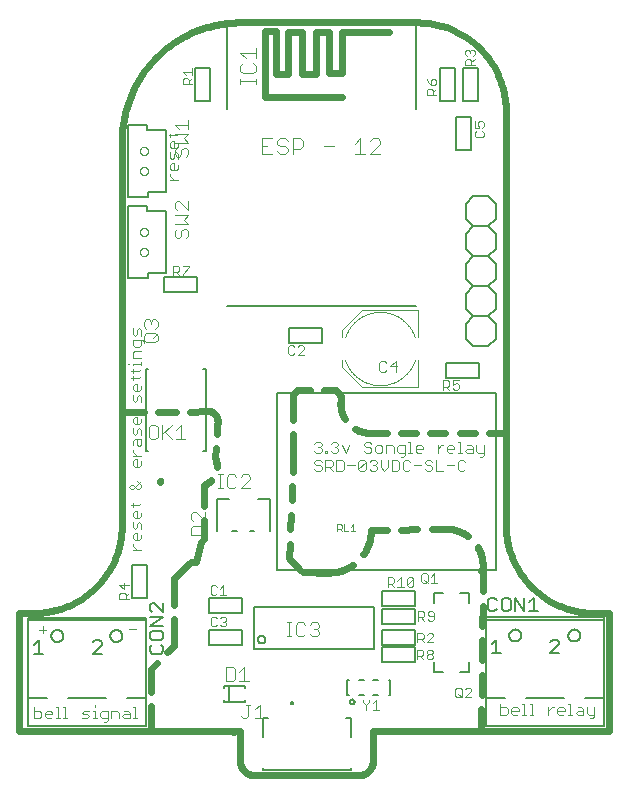
<source format=gto>
G75*
%MOIN*%
%OFA0B0*%
%FSLAX25Y25*%
%IPPOS*%
%LPD*%
%AMOC8*
5,1,8,0,0,1.08239X$1,22.5*
%
%ADD10C,0.02400*%
%ADD11C,0.00300*%
%ADD12C,0.00500*%
%ADD13C,0.00400*%
%ADD14C,0.00600*%
%ADD15C,0.00800*%
%ADD16C,0.00200*%
%ADD17C,0.01181*%
%ADD18C,0.00000*%
%ADD19C,0.00787*%
%ADD20R,0.00984X0.05118*%
D10*
X0372094Y0046210D02*
X0372094Y0085580D01*
X0372127Y0085721D02*
X0376606Y0085721D01*
X0376626Y0085719D01*
X0376646Y0085715D01*
X0376665Y0085707D01*
X0376682Y0085696D01*
X0376697Y0085683D01*
X0376710Y0085668D01*
X0376721Y0085651D01*
X0376729Y0085632D01*
X0376733Y0085612D01*
X0376735Y0085592D01*
X0416134Y0066838D02*
X0416134Y0059313D01*
X0416134Y0054513D02*
X0416134Y0046988D01*
X0416363Y0046759D01*
X0443519Y0046053D02*
X0443551Y0046051D01*
X0443583Y0046046D01*
X0443613Y0046037D01*
X0443643Y0046025D01*
X0443671Y0046009D01*
X0443697Y0045991D01*
X0443721Y0045969D01*
X0443743Y0045945D01*
X0443761Y0045919D01*
X0443777Y0045891D01*
X0443789Y0045861D01*
X0443798Y0045831D01*
X0443803Y0045799D01*
X0443805Y0045767D01*
X0445913Y0046210D02*
X0372094Y0046210D01*
X0416134Y0066838D02*
X0418337Y0069040D01*
X0421731Y0072434D02*
X0423933Y0074637D01*
X0423933Y0083482D01*
X0423933Y0088282D02*
X0423933Y0097128D01*
X0429441Y0102635D01*
X0431389Y0102635D01*
X0432869Y0109076D01*
X0433797Y0110093D01*
X0433881Y0116528D01*
X0433943Y0121328D02*
X0434027Y0127763D01*
X0438131Y0134341D02*
X0438137Y0134507D01*
X0438140Y0134674D01*
X0438139Y0134841D01*
X0438133Y0135007D01*
X0438124Y0135174D01*
X0438111Y0135340D01*
X0438094Y0135506D01*
X0438073Y0135671D01*
X0438048Y0135836D01*
X0438019Y0136000D01*
X0437987Y0136164D01*
X0437950Y0136327D01*
X0437910Y0136488D01*
X0437866Y0136649D01*
X0437818Y0136809D01*
X0437767Y0136967D01*
X0437711Y0137125D01*
X0437652Y0137281D01*
X0437590Y0137435D01*
X0437780Y0140416D01*
X0438087Y0145206D02*
X0438277Y0148187D01*
X0438313Y0148301D01*
X0438346Y0148416D01*
X0438375Y0148532D01*
X0438400Y0148649D01*
X0438422Y0148766D01*
X0438440Y0148884D01*
X0438454Y0149003D01*
X0438464Y0149122D01*
X0438470Y0149242D01*
X0438473Y0149362D01*
X0438472Y0149481D01*
X0438467Y0149601D01*
X0438458Y0149720D01*
X0438445Y0149839D01*
X0438428Y0149957D01*
X0438408Y0150075D01*
X0438384Y0150192D01*
X0438356Y0150309D01*
X0438324Y0150424D01*
X0438289Y0150539D01*
X0438250Y0150652D01*
X0438208Y0150763D01*
X0438161Y0150874D01*
X0438112Y0150983D01*
X0438059Y0151090D01*
X0438002Y0151195D01*
X0437942Y0151299D01*
X0437879Y0151401D01*
X0437813Y0151500D01*
X0437743Y0151598D01*
X0437671Y0151693D01*
X0437595Y0151785D01*
X0437517Y0151876D01*
X0437435Y0151963D01*
X0437351Y0152048D01*
X0437264Y0152131D01*
X0437175Y0152210D01*
X0437083Y0152287D01*
X0436989Y0152360D01*
X0436892Y0152431D01*
X0436793Y0152498D01*
X0436692Y0152562D01*
X0436589Y0152623D01*
X0436484Y0152681D01*
X0436378Y0152735D01*
X0436269Y0152786D01*
X0436159Y0152833D01*
X0436048Y0152877D01*
X0435935Y0152917D01*
X0435076Y0152763D02*
X0429231Y0152718D01*
X0424432Y0152682D02*
X0418587Y0152637D01*
X0413787Y0152601D02*
X0407943Y0152556D01*
X0433788Y0128158D02*
X0433941Y0128224D01*
X0434093Y0128294D01*
X0434242Y0128367D01*
X0434390Y0128444D01*
X0434536Y0128525D01*
X0434681Y0128608D01*
X0434823Y0128695D01*
X0434963Y0128786D01*
X0435101Y0128879D01*
X0435237Y0128976D01*
X0435370Y0129076D01*
X0435501Y0129179D01*
X0435629Y0129286D01*
X0435755Y0129395D01*
X0435879Y0129507D01*
X0436000Y0129622D01*
X0436117Y0129740D01*
X0436233Y0129860D01*
X0436345Y0129983D01*
X0463297Y0127940D02*
X0463096Y0123123D01*
X0462895Y0118327D02*
X0462693Y0113510D01*
X0462492Y0108714D02*
X0462290Y0103898D01*
X0465815Y0100039D01*
X0466899Y0099291D02*
X0475731Y0099056D01*
X0487030Y0105077D02*
X0487220Y0105360D01*
X0487402Y0105647D01*
X0487577Y0105939D01*
X0487745Y0106235D01*
X0487906Y0106535D01*
X0488059Y0106839D01*
X0488205Y0107146D01*
X0488343Y0107457D01*
X0488473Y0107771D01*
X0488596Y0108089D01*
X0488711Y0108409D01*
X0488818Y0108732D01*
X0488918Y0109057D01*
X0489009Y0109385D01*
X0489092Y0109715D01*
X0489167Y0110047D01*
X0489234Y0110381D01*
X0489292Y0110716D01*
X0489343Y0111052D01*
X0489385Y0111390D01*
X0489419Y0111729D01*
X0489444Y0112068D01*
X0489462Y0112408D01*
X0489471Y0112748D01*
X0489471Y0113088D01*
X0494833Y0113205D01*
X0499632Y0113309D02*
X0504994Y0113426D01*
X0509793Y0113530D02*
X0515155Y0113647D01*
X0534496Y0115107D02*
X0534496Y0252903D01*
X0534497Y0252903D02*
X0534488Y0253617D01*
X0534463Y0254330D01*
X0534419Y0255042D01*
X0534359Y0255753D01*
X0534282Y0256462D01*
X0534187Y0257169D01*
X0534076Y0257874D01*
X0533947Y0258576D01*
X0533801Y0259275D01*
X0533639Y0259970D01*
X0533460Y0260660D01*
X0533264Y0261346D01*
X0533052Y0262028D01*
X0532823Y0262704D01*
X0532578Y0263374D01*
X0532317Y0264038D01*
X0532040Y0264695D01*
X0531747Y0265346D01*
X0531439Y0265990D01*
X0531115Y0266625D01*
X0530776Y0267253D01*
X0530421Y0267873D01*
X0530052Y0268483D01*
X0529668Y0269085D01*
X0529270Y0269677D01*
X0528858Y0270259D01*
X0528431Y0270831D01*
X0527991Y0271393D01*
X0527538Y0271944D01*
X0527071Y0272484D01*
X0526591Y0273012D01*
X0526099Y0273529D01*
X0525595Y0274033D01*
X0525078Y0274525D01*
X0524550Y0275005D01*
X0524010Y0275472D01*
X0523459Y0275925D01*
X0522897Y0276365D01*
X0522325Y0276792D01*
X0521743Y0277204D01*
X0521151Y0277602D01*
X0520549Y0277986D01*
X0519939Y0278355D01*
X0519319Y0278710D01*
X0518691Y0279049D01*
X0518056Y0279373D01*
X0517412Y0279681D01*
X0516761Y0279974D01*
X0516104Y0280251D01*
X0515440Y0280512D01*
X0514770Y0280757D01*
X0514094Y0280986D01*
X0513412Y0281198D01*
X0512726Y0281394D01*
X0512036Y0281573D01*
X0511341Y0281735D01*
X0510642Y0281881D01*
X0509940Y0282010D01*
X0509235Y0282121D01*
X0508528Y0282216D01*
X0507819Y0282293D01*
X0507108Y0282353D01*
X0506396Y0282397D01*
X0505683Y0282422D01*
X0504969Y0282431D01*
X0504969Y0282430D02*
X0445913Y0282430D01*
X0454280Y0279721D02*
X0457824Y0279721D01*
X0457824Y0265155D01*
X0461761Y0265155D01*
X0461761Y0279328D01*
X0466485Y0279328D01*
X0466485Y0265155D01*
X0471210Y0265155D01*
X0471210Y0279328D01*
X0475540Y0279328D01*
X0475540Y0265548D01*
X0479871Y0265548D01*
X0479871Y0279328D01*
X0495619Y0279328D01*
X0454280Y0279721D02*
X0454280Y0260430D01*
X0454280Y0260036D02*
X0454280Y0257674D01*
X0479871Y0257674D01*
X0445913Y0282430D02*
X0444962Y0282419D01*
X0444011Y0282384D01*
X0443061Y0282327D01*
X0442113Y0282246D01*
X0441167Y0282143D01*
X0440224Y0282017D01*
X0439285Y0281868D01*
X0438349Y0281697D01*
X0437418Y0281502D01*
X0436491Y0281286D01*
X0435570Y0281047D01*
X0434655Y0280786D01*
X0433747Y0280503D01*
X0432846Y0280198D01*
X0431952Y0279872D01*
X0431067Y0279523D01*
X0430190Y0279154D01*
X0429322Y0278764D01*
X0428465Y0278352D01*
X0427617Y0277920D01*
X0426780Y0277468D01*
X0425954Y0276996D01*
X0425140Y0276504D01*
X0424338Y0275992D01*
X0423548Y0275461D01*
X0422772Y0274911D01*
X0422009Y0274343D01*
X0421260Y0273756D01*
X0420526Y0273151D01*
X0419806Y0272529D01*
X0419101Y0271889D01*
X0418413Y0271233D01*
X0417740Y0270560D01*
X0417084Y0269872D01*
X0416444Y0269167D01*
X0415822Y0268447D01*
X0415217Y0267713D01*
X0414630Y0266964D01*
X0414062Y0266201D01*
X0413512Y0265425D01*
X0412981Y0264635D01*
X0412469Y0263833D01*
X0411977Y0263019D01*
X0411505Y0262193D01*
X0411053Y0261356D01*
X0410621Y0260508D01*
X0410209Y0259651D01*
X0409819Y0258783D01*
X0409450Y0257906D01*
X0409101Y0257021D01*
X0408775Y0256127D01*
X0408470Y0255226D01*
X0408187Y0254318D01*
X0407926Y0253403D01*
X0407687Y0252482D01*
X0407471Y0251555D01*
X0407276Y0250624D01*
X0407105Y0249688D01*
X0406956Y0248749D01*
X0406830Y0247806D01*
X0406727Y0246860D01*
X0406646Y0245912D01*
X0406589Y0244962D01*
X0406554Y0244011D01*
X0406543Y0243060D01*
X0406543Y0115107D01*
X0406544Y0115107D02*
X0406535Y0114393D01*
X0406510Y0113680D01*
X0406466Y0112968D01*
X0406406Y0112257D01*
X0406329Y0111548D01*
X0406234Y0110841D01*
X0406123Y0110136D01*
X0405994Y0109434D01*
X0405848Y0108735D01*
X0405686Y0108040D01*
X0405507Y0107350D01*
X0405311Y0106664D01*
X0405099Y0105982D01*
X0404870Y0105306D01*
X0404625Y0104636D01*
X0404364Y0103972D01*
X0404087Y0103315D01*
X0403794Y0102664D01*
X0403486Y0102020D01*
X0403162Y0101385D01*
X0402823Y0100757D01*
X0402468Y0100137D01*
X0402099Y0099527D01*
X0401715Y0098925D01*
X0401317Y0098333D01*
X0400905Y0097751D01*
X0400478Y0097179D01*
X0400038Y0096617D01*
X0399585Y0096066D01*
X0399118Y0095526D01*
X0398638Y0094998D01*
X0398146Y0094481D01*
X0397642Y0093977D01*
X0397125Y0093485D01*
X0396597Y0093005D01*
X0396057Y0092538D01*
X0395506Y0092085D01*
X0394944Y0091645D01*
X0394372Y0091218D01*
X0393790Y0090806D01*
X0393198Y0090408D01*
X0392596Y0090024D01*
X0391986Y0089655D01*
X0391366Y0089300D01*
X0390738Y0088961D01*
X0390103Y0088637D01*
X0389459Y0088329D01*
X0388808Y0088036D01*
X0388151Y0087759D01*
X0387487Y0087498D01*
X0386817Y0087253D01*
X0386141Y0087024D01*
X0385459Y0086812D01*
X0384773Y0086616D01*
X0384083Y0086437D01*
X0383388Y0086275D01*
X0382689Y0086129D01*
X0381987Y0086000D01*
X0381282Y0085889D01*
X0380575Y0085794D01*
X0379866Y0085717D01*
X0379155Y0085657D01*
X0378443Y0085613D01*
X0377730Y0085588D01*
X0377016Y0085579D01*
X0445913Y0046210D02*
X0445913Y0036367D01*
X0445914Y0036367D02*
X0445916Y0036229D01*
X0445922Y0036091D01*
X0445931Y0035953D01*
X0445945Y0035816D01*
X0445962Y0035679D01*
X0445984Y0035543D01*
X0446009Y0035407D01*
X0446037Y0035272D01*
X0446070Y0035138D01*
X0446106Y0035005D01*
X0446146Y0034873D01*
X0446190Y0034742D01*
X0446238Y0034612D01*
X0446289Y0034484D01*
X0446343Y0034357D01*
X0446401Y0034232D01*
X0446463Y0034108D01*
X0446528Y0033987D01*
X0446596Y0033867D01*
X0446668Y0033749D01*
X0446743Y0033633D01*
X0446822Y0033519D01*
X0446903Y0033408D01*
X0446988Y0033299D01*
X0447075Y0033192D01*
X0447166Y0033088D01*
X0447259Y0032986D01*
X0447355Y0032887D01*
X0447454Y0032791D01*
X0447556Y0032698D01*
X0447660Y0032607D01*
X0447767Y0032520D01*
X0447876Y0032435D01*
X0447987Y0032354D01*
X0448101Y0032275D01*
X0448217Y0032200D01*
X0448335Y0032128D01*
X0448455Y0032060D01*
X0448576Y0031995D01*
X0448700Y0031933D01*
X0448825Y0031875D01*
X0448952Y0031821D01*
X0449080Y0031770D01*
X0449210Y0031722D01*
X0449341Y0031678D01*
X0449473Y0031638D01*
X0449606Y0031602D01*
X0449740Y0031569D01*
X0449875Y0031541D01*
X0450011Y0031516D01*
X0450147Y0031494D01*
X0450284Y0031477D01*
X0450421Y0031463D01*
X0450559Y0031454D01*
X0450697Y0031448D01*
X0450835Y0031446D01*
X0485283Y0031446D01*
X0485421Y0031448D01*
X0485559Y0031454D01*
X0485697Y0031463D01*
X0485834Y0031477D01*
X0485971Y0031494D01*
X0486107Y0031516D01*
X0486243Y0031541D01*
X0486378Y0031569D01*
X0486512Y0031602D01*
X0486645Y0031638D01*
X0486777Y0031678D01*
X0486908Y0031722D01*
X0487038Y0031770D01*
X0487166Y0031821D01*
X0487293Y0031875D01*
X0487418Y0031933D01*
X0487542Y0031995D01*
X0487663Y0032060D01*
X0487783Y0032128D01*
X0487901Y0032200D01*
X0488017Y0032275D01*
X0488131Y0032354D01*
X0488242Y0032435D01*
X0488351Y0032520D01*
X0488458Y0032607D01*
X0488562Y0032698D01*
X0488664Y0032791D01*
X0488763Y0032887D01*
X0488859Y0032986D01*
X0488952Y0033088D01*
X0489043Y0033192D01*
X0489130Y0033299D01*
X0489215Y0033408D01*
X0489296Y0033519D01*
X0489375Y0033633D01*
X0489450Y0033749D01*
X0489522Y0033867D01*
X0489590Y0033987D01*
X0489655Y0034108D01*
X0489717Y0034232D01*
X0489775Y0034357D01*
X0489829Y0034484D01*
X0489880Y0034612D01*
X0489928Y0034742D01*
X0489972Y0034873D01*
X0490012Y0035005D01*
X0490048Y0035138D01*
X0490081Y0035272D01*
X0490109Y0035407D01*
X0490134Y0035543D01*
X0490156Y0035679D01*
X0490173Y0035816D01*
X0490187Y0035953D01*
X0490196Y0036091D01*
X0490202Y0036229D01*
X0490204Y0036367D01*
X0490205Y0036367D02*
X0490205Y0046210D01*
X0568945Y0046210D01*
X0568945Y0085580D01*
X0568819Y0085696D02*
X0563694Y0085696D01*
X0563679Y0085695D01*
X0563664Y0085690D01*
X0563651Y0085683D01*
X0563639Y0085673D01*
X0563629Y0085661D01*
X0563622Y0085648D01*
X0563617Y0085633D01*
X0563616Y0085618D01*
X0526748Y0087961D02*
X0526675Y0081291D01*
X0526623Y0076492D02*
X0526550Y0069822D01*
X0526498Y0065022D02*
X0526425Y0058353D01*
X0526373Y0053553D02*
X0526300Y0046884D01*
X0526800Y0092760D02*
X0526873Y0099430D01*
X0526873Y0099429D02*
X0526830Y0099420D01*
X0526786Y0099414D01*
X0526742Y0099412D01*
X0526698Y0099414D01*
X0526654Y0099420D01*
X0526611Y0099429D01*
X0526569Y0099442D01*
X0526528Y0099459D01*
X0526489Y0099480D01*
X0526452Y0099503D01*
X0526417Y0099530D01*
X0526384Y0099560D01*
X0526355Y0099593D01*
X0526328Y0099628D01*
X0526304Y0099665D01*
X0526284Y0099704D01*
X0526267Y0099745D01*
X0526253Y0099787D01*
X0526784Y0100523D02*
X0526799Y0100816D01*
X0526806Y0101110D01*
X0526806Y0101403D01*
X0526800Y0101697D01*
X0526786Y0101990D01*
X0526766Y0102283D01*
X0526738Y0102575D01*
X0526704Y0102866D01*
X0526663Y0103157D01*
X0526614Y0103446D01*
X0526560Y0103735D01*
X0526498Y0104022D01*
X0526429Y0104307D01*
X0526354Y0104591D01*
X0526272Y0104873D01*
X0526183Y0105153D01*
X0526088Y0105430D01*
X0525986Y0105705D01*
X0525878Y0105978D01*
X0525764Y0106249D01*
X0525643Y0106516D01*
X0525515Y0106780D01*
X0525382Y0107042D01*
X0525242Y0107300D01*
X0525096Y0107555D01*
X0521933Y0111125D02*
X0521697Y0111300D01*
X0521458Y0111470D01*
X0521214Y0111634D01*
X0520967Y0111792D01*
X0520716Y0111944D01*
X0520462Y0112091D01*
X0520204Y0112231D01*
X0519943Y0112365D01*
X0519679Y0112493D01*
X0519412Y0112615D01*
X0519142Y0112730D01*
X0518869Y0112839D01*
X0518594Y0112941D01*
X0518317Y0113037D01*
X0518037Y0113126D01*
X0517755Y0113209D01*
X0517472Y0113285D01*
X0517186Y0113354D01*
X0516900Y0113416D01*
X0516611Y0113472D01*
X0516322Y0113520D01*
X0516031Y0113562D01*
X0515740Y0113597D01*
X0515448Y0113625D01*
X0515155Y0113646D01*
X0483689Y0101665D02*
X0483410Y0101470D01*
X0483127Y0101281D01*
X0482839Y0101100D01*
X0482546Y0100926D01*
X0482250Y0100759D01*
X0481949Y0100599D01*
X0481645Y0100447D01*
X0481337Y0100302D01*
X0481026Y0100165D01*
X0480711Y0100036D01*
X0480393Y0099914D01*
X0480073Y0099800D01*
X0479749Y0099694D01*
X0479423Y0099596D01*
X0479095Y0099506D01*
X0478765Y0099424D01*
X0478433Y0099350D01*
X0478099Y0099284D01*
X0477764Y0099227D01*
X0477427Y0099178D01*
X0477089Y0099137D01*
X0476751Y0099104D01*
X0476411Y0099080D01*
X0476071Y0099064D01*
X0475731Y0099056D01*
X0463498Y0132735D02*
X0463700Y0137552D01*
X0463630Y0137745D02*
X0463630Y0145188D01*
X0463630Y0149988D02*
X0463630Y0157430D01*
X0463629Y0157430D02*
X0463623Y0157526D01*
X0463621Y0157621D01*
X0463623Y0157717D01*
X0463628Y0157812D01*
X0463638Y0157907D01*
X0463651Y0158001D01*
X0463668Y0158095D01*
X0463688Y0158189D01*
X0463713Y0158281D01*
X0463741Y0158372D01*
X0463773Y0158462D01*
X0463808Y0158551D01*
X0463847Y0158638D01*
X0463890Y0158723D01*
X0463936Y0158807D01*
X0463985Y0158889D01*
X0464037Y0158968D01*
X0464093Y0159046D01*
X0464151Y0159121D01*
X0464213Y0159194D01*
X0464278Y0159265D01*
X0464345Y0159332D01*
X0464415Y0159397D01*
X0464488Y0159459D01*
X0464563Y0159518D01*
X0464640Y0159574D01*
X0464719Y0159627D01*
X0464801Y0159677D01*
X0464884Y0159723D01*
X0464970Y0159766D01*
X0465057Y0159805D01*
X0465145Y0159841D01*
X0465235Y0159873D01*
X0465326Y0159902D01*
X0465418Y0159927D01*
X0465511Y0159948D01*
X0465605Y0159965D01*
X0465700Y0159979D01*
X0465794Y0159989D01*
X0465795Y0159988D02*
X0469104Y0160011D01*
X0473904Y0160044D02*
X0477213Y0160067D01*
X0477323Y0160025D01*
X0477432Y0159980D01*
X0477539Y0159931D01*
X0477644Y0159879D01*
X0477748Y0159823D01*
X0477850Y0159764D01*
X0477950Y0159701D01*
X0478047Y0159636D01*
X0478143Y0159567D01*
X0478236Y0159495D01*
X0478327Y0159420D01*
X0478415Y0159342D01*
X0478501Y0159262D01*
X0478584Y0159178D01*
X0478665Y0159092D01*
X0478742Y0159003D01*
X0478816Y0158912D01*
X0478888Y0158819D01*
X0478956Y0158723D01*
X0479021Y0158625D01*
X0479083Y0158525D01*
X0479142Y0158422D01*
X0479197Y0158319D01*
X0479249Y0158213D01*
X0479297Y0158105D01*
X0479342Y0157997D01*
X0479383Y0157886D01*
X0479421Y0157775D01*
X0479455Y0157662D01*
X0479485Y0157548D01*
X0479512Y0157433D01*
X0479534Y0157318D01*
X0479553Y0157202D01*
X0479568Y0157085D01*
X0479580Y0156968D01*
X0479587Y0156850D01*
X0479591Y0156733D01*
X0479590Y0156615D01*
X0479586Y0156497D01*
X0479578Y0156380D01*
X0479566Y0156262D01*
X0479551Y0156146D01*
X0479531Y0156030D01*
X0479508Y0155914D01*
X0479481Y0155800D01*
X0479450Y0155686D01*
X0479416Y0155573D01*
X0479378Y0155462D01*
X0479377Y0155462D02*
X0479380Y0155230D01*
X0479388Y0154999D01*
X0479402Y0154767D01*
X0479421Y0154536D01*
X0479445Y0154306D01*
X0479475Y0154076D01*
X0479510Y0153847D01*
X0479551Y0153619D01*
X0479597Y0153392D01*
X0479649Y0153166D01*
X0479705Y0152941D01*
X0479767Y0152718D01*
X0479835Y0152496D01*
X0479907Y0152276D01*
X0479985Y0152057D01*
X0480067Y0151841D01*
X0480155Y0151626D01*
X0480248Y0151414D01*
X0480346Y0151204D01*
X0480448Y0150996D01*
X0480556Y0150791D01*
X0480668Y0150588D01*
X0480785Y0150388D01*
X0484146Y0147027D02*
X0484346Y0146910D01*
X0484549Y0146798D01*
X0484754Y0146690D01*
X0484962Y0146588D01*
X0485172Y0146490D01*
X0485384Y0146397D01*
X0485599Y0146309D01*
X0485815Y0146227D01*
X0486034Y0146149D01*
X0486254Y0146077D01*
X0486476Y0146009D01*
X0486699Y0145947D01*
X0486924Y0145891D01*
X0487150Y0145839D01*
X0487377Y0145793D01*
X0487605Y0145752D01*
X0487834Y0145717D01*
X0488064Y0145687D01*
X0488294Y0145663D01*
X0488525Y0145644D01*
X0488757Y0145630D01*
X0488988Y0145622D01*
X0489220Y0145619D01*
X0489782Y0145673D02*
X0494773Y0145673D01*
X0499573Y0145673D02*
X0504565Y0145673D01*
X0509365Y0145673D02*
X0514356Y0145673D01*
X0519156Y0145673D02*
X0524147Y0145673D01*
X0528947Y0145673D02*
X0533938Y0145673D01*
X0534496Y0115107D02*
X0534505Y0114393D01*
X0534530Y0113680D01*
X0534574Y0112968D01*
X0534634Y0112257D01*
X0534711Y0111548D01*
X0534806Y0110841D01*
X0534917Y0110136D01*
X0535046Y0109434D01*
X0535192Y0108735D01*
X0535354Y0108040D01*
X0535533Y0107350D01*
X0535729Y0106664D01*
X0535941Y0105982D01*
X0536170Y0105306D01*
X0536415Y0104636D01*
X0536676Y0103972D01*
X0536953Y0103315D01*
X0537246Y0102664D01*
X0537554Y0102020D01*
X0537878Y0101385D01*
X0538217Y0100757D01*
X0538572Y0100137D01*
X0538941Y0099527D01*
X0539325Y0098925D01*
X0539723Y0098333D01*
X0540135Y0097751D01*
X0540562Y0097179D01*
X0541002Y0096617D01*
X0541455Y0096066D01*
X0541922Y0095526D01*
X0542402Y0094998D01*
X0542894Y0094481D01*
X0543398Y0093977D01*
X0543915Y0093485D01*
X0544443Y0093005D01*
X0544983Y0092538D01*
X0545534Y0092085D01*
X0546096Y0091645D01*
X0546668Y0091218D01*
X0547250Y0090806D01*
X0547842Y0090408D01*
X0548444Y0090024D01*
X0549054Y0089655D01*
X0549674Y0089300D01*
X0550302Y0088961D01*
X0550937Y0088637D01*
X0551581Y0088329D01*
X0552232Y0088036D01*
X0552889Y0087759D01*
X0553553Y0087498D01*
X0554223Y0087253D01*
X0554899Y0087024D01*
X0555581Y0086812D01*
X0556267Y0086616D01*
X0556957Y0086437D01*
X0557652Y0086275D01*
X0558351Y0086129D01*
X0559053Y0086000D01*
X0559758Y0085889D01*
X0560465Y0085794D01*
X0561174Y0085717D01*
X0561885Y0085657D01*
X0562597Y0085613D01*
X0563310Y0085588D01*
X0564024Y0085579D01*
D11*
X0555978Y0055384D02*
X0555978Y0051681D01*
X0555361Y0051681D02*
X0556595Y0051681D01*
X0557816Y0052298D02*
X0558433Y0052915D01*
X0560285Y0052915D01*
X0560285Y0053532D02*
X0560285Y0051681D01*
X0558433Y0051681D01*
X0557816Y0052298D01*
X0558433Y0054150D02*
X0559668Y0054150D01*
X0560285Y0053532D01*
X0561499Y0054150D02*
X0561499Y0052298D01*
X0562117Y0051681D01*
X0563968Y0051681D01*
X0563968Y0051064D02*
X0563351Y0050447D01*
X0562734Y0050447D01*
X0563968Y0051064D02*
X0563968Y0054150D01*
X0555978Y0055384D02*
X0555361Y0055384D01*
X0553529Y0054150D02*
X0554146Y0053532D01*
X0554146Y0052915D01*
X0551678Y0052915D01*
X0551678Y0052298D02*
X0551678Y0053532D01*
X0552295Y0054150D01*
X0553529Y0054150D01*
X0553529Y0051681D02*
X0552295Y0051681D01*
X0551678Y0052298D01*
X0550460Y0054150D02*
X0549843Y0054150D01*
X0548608Y0052915D01*
X0548608Y0051681D02*
X0548608Y0054150D01*
X0543704Y0051681D02*
X0542470Y0051681D01*
X0543087Y0051681D02*
X0543087Y0055384D01*
X0542470Y0055384D01*
X0540632Y0055384D02*
X0540632Y0051681D01*
X0541249Y0051681D02*
X0540014Y0051681D01*
X0538800Y0052915D02*
X0536331Y0052915D01*
X0536331Y0052298D02*
X0536331Y0053532D01*
X0536948Y0054150D01*
X0538183Y0054150D01*
X0538800Y0053532D01*
X0538800Y0052915D01*
X0538183Y0051681D02*
X0536948Y0051681D01*
X0536331Y0052298D01*
X0535117Y0052298D02*
X0535117Y0053532D01*
X0534500Y0054150D01*
X0532648Y0054150D01*
X0532648Y0055384D02*
X0532648Y0051681D01*
X0534500Y0051681D01*
X0535117Y0052298D01*
X0540014Y0055384D02*
X0540632Y0055384D01*
X0411627Y0050555D02*
X0410392Y0050555D01*
X0411009Y0050555D02*
X0411009Y0054258D01*
X0410392Y0054258D01*
X0408561Y0053024D02*
X0409178Y0052406D01*
X0409178Y0050555D01*
X0407326Y0050555D01*
X0406709Y0051172D01*
X0407326Y0051789D01*
X0409178Y0051789D01*
X0408561Y0053024D02*
X0407326Y0053024D01*
X0405495Y0052406D02*
X0405495Y0050555D01*
X0405495Y0052406D02*
X0404878Y0053024D01*
X0403026Y0053024D01*
X0403026Y0050555D01*
X0401812Y0050555D02*
X0399960Y0050555D01*
X0399343Y0051172D01*
X0399343Y0052406D01*
X0399960Y0053024D01*
X0401812Y0053024D01*
X0401812Y0049938D01*
X0401194Y0049320D01*
X0400577Y0049320D01*
X0398122Y0050555D02*
X0396887Y0050555D01*
X0397505Y0050555D02*
X0397505Y0053024D01*
X0396887Y0053024D01*
X0395673Y0053024D02*
X0393821Y0053024D01*
X0393204Y0052406D01*
X0393821Y0051789D01*
X0395056Y0051789D01*
X0395673Y0051172D01*
X0395056Y0050555D01*
X0393204Y0050555D01*
X0388300Y0050555D02*
X0387066Y0050555D01*
X0387683Y0050555D02*
X0387683Y0054258D01*
X0387066Y0054258D01*
X0385227Y0054258D02*
X0385227Y0050555D01*
X0384610Y0050555D02*
X0385845Y0050555D01*
X0383396Y0051789D02*
X0380927Y0051789D01*
X0380927Y0051172D02*
X0380927Y0052406D01*
X0381544Y0053024D01*
X0382779Y0053024D01*
X0383396Y0052406D01*
X0383396Y0051789D01*
X0382779Y0050555D02*
X0381544Y0050555D01*
X0380927Y0051172D01*
X0379713Y0051172D02*
X0379713Y0052406D01*
X0379096Y0053024D01*
X0377244Y0053024D01*
X0377244Y0054258D02*
X0377244Y0050555D01*
X0379096Y0050555D01*
X0379713Y0051172D01*
X0384610Y0054258D02*
X0385227Y0054258D01*
X0397505Y0054258D02*
X0397505Y0054875D01*
X0408790Y0080384D02*
X0411259Y0080384D01*
X0381385Y0080073D02*
X0378916Y0080073D01*
X0380151Y0081307D02*
X0380151Y0078839D01*
X0410289Y0106735D02*
X0412758Y0106735D01*
X0411523Y0106735D02*
X0410289Y0107969D01*
X0410289Y0108587D01*
X0410906Y0109804D02*
X0410289Y0110422D01*
X0410289Y0111656D01*
X0410906Y0112273D01*
X0411523Y0112273D01*
X0411523Y0109804D01*
X0410906Y0109804D02*
X0412141Y0109804D01*
X0412758Y0110422D01*
X0412758Y0111656D01*
X0412758Y0113488D02*
X0412758Y0115339D01*
X0412141Y0115956D01*
X0411523Y0115339D01*
X0411523Y0114105D01*
X0410906Y0113488D01*
X0410289Y0114105D01*
X0410289Y0115956D01*
X0410906Y0117171D02*
X0410289Y0117788D01*
X0410289Y0119022D01*
X0410906Y0119639D01*
X0411523Y0119639D01*
X0411523Y0117171D01*
X0410906Y0117171D02*
X0412141Y0117171D01*
X0412758Y0117788D01*
X0412758Y0119022D01*
X0412141Y0121471D02*
X0412758Y0122088D01*
X0412141Y0121471D02*
X0409672Y0121471D01*
X0410289Y0120854D02*
X0410289Y0122088D01*
X0410289Y0126992D02*
X0412758Y0129461D01*
X0412758Y0128227D02*
X0411523Y0129461D01*
X0410289Y0128227D02*
X0409672Y0128227D01*
X0409055Y0127610D01*
X0409672Y0126992D01*
X0410289Y0126992D01*
X0411523Y0126992D02*
X0410289Y0128227D01*
X0411523Y0126992D02*
X0412141Y0126992D01*
X0412758Y0127610D01*
X0412758Y0128227D01*
X0412141Y0134359D02*
X0410906Y0134359D01*
X0410289Y0134976D01*
X0410289Y0136210D01*
X0410906Y0136827D01*
X0411523Y0136827D01*
X0411523Y0134359D01*
X0412141Y0134359D02*
X0412758Y0134976D01*
X0412758Y0136210D01*
X0412758Y0138042D02*
X0410289Y0138042D01*
X0411523Y0138042D02*
X0410289Y0139276D01*
X0410289Y0139893D01*
X0410289Y0141728D02*
X0410289Y0142963D01*
X0410906Y0143580D01*
X0412758Y0143580D01*
X0412758Y0141728D01*
X0412141Y0141111D01*
X0411523Y0141728D01*
X0411523Y0143580D01*
X0410906Y0144794D02*
X0410289Y0145411D01*
X0410289Y0147263D01*
X0410906Y0148477D02*
X0410289Y0149095D01*
X0410289Y0150329D01*
X0410906Y0150946D01*
X0411523Y0150946D01*
X0411523Y0148477D01*
X0410906Y0148477D02*
X0412141Y0148477D01*
X0412758Y0149095D01*
X0412758Y0150329D01*
X0412141Y0147263D02*
X0411523Y0146646D01*
X0411523Y0145411D01*
X0410906Y0144794D01*
X0412758Y0144794D02*
X0412758Y0146646D01*
X0412141Y0147263D01*
X0412758Y0155844D02*
X0412758Y0157695D01*
X0412141Y0158312D01*
X0411523Y0157695D01*
X0411523Y0156461D01*
X0410906Y0155844D01*
X0410289Y0156461D01*
X0410289Y0158312D01*
X0410906Y0159527D02*
X0410289Y0160144D01*
X0410289Y0161378D01*
X0410906Y0161996D01*
X0411523Y0161996D01*
X0411523Y0159527D01*
X0410906Y0159527D02*
X0412141Y0159527D01*
X0412758Y0160144D01*
X0412758Y0161378D01*
X0412141Y0163827D02*
X0412758Y0164444D01*
X0412141Y0163827D02*
X0409672Y0163827D01*
X0410289Y0163210D02*
X0410289Y0164444D01*
X0410289Y0165665D02*
X0410289Y0166900D01*
X0409672Y0166283D02*
X0412141Y0166283D01*
X0412758Y0166900D01*
X0412758Y0168121D02*
X0412758Y0169355D01*
X0412758Y0168738D02*
X0410289Y0168738D01*
X0410289Y0168121D01*
X0409055Y0168738D02*
X0408437Y0168738D01*
X0410289Y0170576D02*
X0410289Y0172428D01*
X0410906Y0173045D01*
X0412758Y0173045D01*
X0412141Y0174259D02*
X0412758Y0174877D01*
X0412758Y0176728D01*
X0413375Y0176728D02*
X0410289Y0176728D01*
X0410289Y0174877D01*
X0410906Y0174259D01*
X0412141Y0174259D01*
X0413992Y0175494D02*
X0413992Y0176111D01*
X0413375Y0176728D01*
X0412758Y0177943D02*
X0412758Y0179794D01*
X0412141Y0180411D01*
X0411523Y0179794D01*
X0411523Y0178560D01*
X0410906Y0177943D01*
X0410289Y0178560D01*
X0410289Y0180411D01*
X0410289Y0170576D02*
X0412758Y0170576D01*
X0470670Y0142060D02*
X0471287Y0142677D01*
X0472521Y0142677D01*
X0473138Y0142060D01*
X0473138Y0141443D01*
X0472521Y0140825D01*
X0473138Y0140208D01*
X0473138Y0139591D01*
X0472521Y0138974D01*
X0471287Y0138974D01*
X0470670Y0139591D01*
X0471904Y0140825D02*
X0472521Y0140825D01*
X0474353Y0139591D02*
X0474970Y0139591D01*
X0474970Y0138974D01*
X0474353Y0138974D01*
X0474353Y0139591D01*
X0476194Y0139591D02*
X0476812Y0138974D01*
X0478046Y0138974D01*
X0478663Y0139591D01*
X0478663Y0140208D01*
X0478046Y0140825D01*
X0477429Y0140825D01*
X0478046Y0140825D02*
X0478663Y0141443D01*
X0478663Y0142060D01*
X0478046Y0142677D01*
X0476812Y0142677D01*
X0476194Y0142060D01*
X0479878Y0141443D02*
X0481112Y0138974D01*
X0482346Y0141443D01*
X0487244Y0141443D02*
X0487861Y0140825D01*
X0489095Y0140825D01*
X0489713Y0140208D01*
X0489713Y0139591D01*
X0489095Y0138974D01*
X0487861Y0138974D01*
X0487244Y0139591D01*
X0487244Y0141443D02*
X0487244Y0142060D01*
X0487861Y0142677D01*
X0489095Y0142677D01*
X0489713Y0142060D01*
X0490927Y0140825D02*
X0490927Y0139591D01*
X0491544Y0138974D01*
X0492779Y0138974D01*
X0493396Y0139591D01*
X0493396Y0140825D01*
X0492779Y0141443D01*
X0491544Y0141443D01*
X0490927Y0140825D01*
X0494610Y0141443D02*
X0494610Y0138974D01*
X0495237Y0136677D02*
X0495237Y0134208D01*
X0494003Y0132974D01*
X0492769Y0134208D01*
X0492769Y0136677D01*
X0491554Y0136060D02*
X0491554Y0135443D01*
X0490937Y0134825D01*
X0491554Y0134208D01*
X0491554Y0133591D01*
X0490937Y0132974D01*
X0489703Y0132974D01*
X0489085Y0133591D01*
X0487871Y0133591D02*
X0487254Y0132974D01*
X0486019Y0132974D01*
X0485402Y0133591D01*
X0487871Y0136060D01*
X0487871Y0133591D01*
X0485402Y0133591D02*
X0485402Y0136060D01*
X0486019Y0136677D01*
X0487254Y0136677D01*
X0487871Y0136060D01*
X0489085Y0136060D02*
X0489703Y0136677D01*
X0490937Y0136677D01*
X0491554Y0136060D01*
X0490937Y0134825D02*
X0490320Y0134825D01*
X0484188Y0134825D02*
X0481719Y0134825D01*
X0480505Y0133591D02*
X0480505Y0136060D01*
X0479888Y0136677D01*
X0478036Y0136677D01*
X0478036Y0132974D01*
X0479888Y0132974D01*
X0480505Y0133591D01*
X0476822Y0132974D02*
X0475587Y0134208D01*
X0476204Y0134208D02*
X0474353Y0134208D01*
X0473138Y0134208D02*
X0473138Y0133591D01*
X0472521Y0132974D01*
X0471287Y0132974D01*
X0470670Y0133591D01*
X0471287Y0134825D02*
X0472521Y0134825D01*
X0473138Y0134208D01*
X0474353Y0132974D02*
X0474353Y0136677D01*
X0476204Y0136677D01*
X0476822Y0136060D01*
X0476822Y0134825D01*
X0476204Y0134208D01*
X0473138Y0136060D02*
X0472521Y0136677D01*
X0471287Y0136677D01*
X0470670Y0136060D01*
X0470670Y0135443D01*
X0471287Y0134825D01*
X0494610Y0141443D02*
X0496462Y0141443D01*
X0497079Y0140825D01*
X0497079Y0138974D01*
X0498293Y0139591D02*
X0498910Y0138974D01*
X0500762Y0138974D01*
X0500762Y0138357D02*
X0500762Y0141443D01*
X0498910Y0141443D01*
X0498293Y0140825D01*
X0498293Y0139591D01*
X0499528Y0137739D02*
X0500145Y0137739D01*
X0500762Y0138357D01*
X0501976Y0138974D02*
X0503211Y0138974D01*
X0502594Y0138974D02*
X0502594Y0142677D01*
X0501976Y0142677D01*
X0504432Y0140825D02*
X0505049Y0141443D01*
X0506283Y0141443D01*
X0506901Y0140825D01*
X0506901Y0140208D01*
X0504432Y0140208D01*
X0504432Y0139591D02*
X0504432Y0140825D01*
X0504432Y0139591D02*
X0505049Y0138974D01*
X0506283Y0138974D01*
X0508118Y0136677D02*
X0507501Y0136060D01*
X0507501Y0135443D01*
X0508118Y0134825D01*
X0509353Y0134825D01*
X0509970Y0134208D01*
X0509970Y0133591D01*
X0509353Y0132974D01*
X0508118Y0132974D01*
X0507501Y0133591D01*
X0506287Y0134825D02*
X0503818Y0134825D01*
X0502604Y0133591D02*
X0501986Y0132974D01*
X0500752Y0132974D01*
X0500135Y0133591D01*
X0500135Y0136060D01*
X0500752Y0136677D01*
X0501986Y0136677D01*
X0502604Y0136060D01*
X0498920Y0136060D02*
X0498303Y0136677D01*
X0496452Y0136677D01*
X0496452Y0132974D01*
X0498303Y0132974D01*
X0498920Y0133591D01*
X0498920Y0136060D01*
X0508118Y0136677D02*
X0509353Y0136677D01*
X0509970Y0136060D01*
X0511184Y0136677D02*
X0511184Y0132974D01*
X0513653Y0132974D01*
X0514867Y0134825D02*
X0517336Y0134825D01*
X0518551Y0133591D02*
X0519168Y0132974D01*
X0520402Y0132974D01*
X0521019Y0133591D01*
X0518551Y0133591D02*
X0518551Y0136060D01*
X0519168Y0136677D01*
X0520402Y0136677D01*
X0521019Y0136060D01*
X0521623Y0138974D02*
X0521006Y0139591D01*
X0521623Y0140208D01*
X0523475Y0140208D01*
X0523475Y0140825D02*
X0523475Y0138974D01*
X0521623Y0138974D01*
X0519785Y0138974D02*
X0518551Y0138974D01*
X0519168Y0138974D02*
X0519168Y0142677D01*
X0518551Y0142677D01*
X0516719Y0141443D02*
X0517336Y0140825D01*
X0517336Y0140208D01*
X0514867Y0140208D01*
X0514867Y0139591D02*
X0514867Y0140825D01*
X0515485Y0141443D01*
X0516719Y0141443D01*
X0516719Y0138974D02*
X0515485Y0138974D01*
X0514867Y0139591D01*
X0513650Y0141443D02*
X0513033Y0141443D01*
X0511798Y0140208D01*
X0511798Y0138974D02*
X0511798Y0141443D01*
X0521623Y0141443D02*
X0522858Y0141443D01*
X0523475Y0140825D01*
X0524689Y0141443D02*
X0524689Y0139591D01*
X0525306Y0138974D01*
X0527158Y0138974D01*
X0527158Y0138357D02*
X0526541Y0137739D01*
X0525924Y0137739D01*
X0527158Y0138357D02*
X0527158Y0141443D01*
X0497778Y0165925D02*
X0497778Y0169628D01*
X0495927Y0167777D01*
X0498395Y0167777D01*
X0494712Y0169011D02*
X0494095Y0169628D01*
X0492861Y0169628D01*
X0492243Y0169011D01*
X0492243Y0166542D01*
X0492861Y0165925D01*
X0494095Y0165925D01*
X0494712Y0166542D01*
X0425169Y0230014D02*
X0422701Y0230014D01*
X0423935Y0230014D02*
X0422701Y0231248D01*
X0422701Y0231865D01*
X0423318Y0233083D02*
X0422701Y0233700D01*
X0422701Y0234935D01*
X0423318Y0235552D01*
X0423935Y0235552D01*
X0423935Y0233083D01*
X0424552Y0233083D02*
X0423318Y0233083D01*
X0424552Y0233083D02*
X0425169Y0233700D01*
X0425169Y0234935D01*
X0425169Y0236766D02*
X0425169Y0238618D01*
X0424552Y0239235D01*
X0423935Y0238618D01*
X0423935Y0237384D01*
X0423318Y0236766D01*
X0422701Y0237384D01*
X0422701Y0239235D01*
X0423318Y0240449D02*
X0422701Y0241067D01*
X0422701Y0242301D01*
X0423318Y0242918D01*
X0423935Y0242918D01*
X0423935Y0240449D01*
X0424552Y0240449D02*
X0423318Y0240449D01*
X0424552Y0240449D02*
X0425169Y0241067D01*
X0425169Y0242301D01*
X0424552Y0244750D02*
X0425169Y0245367D01*
X0424552Y0244750D02*
X0422084Y0244750D01*
X0422701Y0244133D02*
X0422701Y0245367D01*
D12*
X0421187Y0246506D02*
X0421187Y0225837D01*
X0415085Y0225837D01*
X0415085Y0224262D01*
X0408589Y0224262D01*
X0408589Y0248278D01*
X0414888Y0248278D01*
X0414888Y0246506D01*
X0415085Y0246506D02*
X0421187Y0246506D01*
X0441682Y0253737D02*
X0441682Y0282477D01*
X0504674Y0282477D01*
X0504674Y0253737D01*
X0512524Y0256214D02*
X0517524Y0256214D01*
X0517524Y0267214D01*
X0512524Y0267214D01*
X0512524Y0256214D01*
X0520101Y0256214D02*
X0525101Y0256214D01*
X0525101Y0267214D01*
X0520101Y0267214D01*
X0520101Y0256214D01*
X0517888Y0250919D02*
X0522888Y0250919D01*
X0522888Y0239919D01*
X0517888Y0239919D01*
X0517888Y0250919D01*
X0435816Y0256214D02*
X0430816Y0256214D01*
X0430816Y0267214D01*
X0435816Y0267214D01*
X0435816Y0256214D01*
X0414888Y0221220D02*
X0408589Y0221220D01*
X0408589Y0197204D01*
X0415085Y0197204D01*
X0415085Y0198779D01*
X0421187Y0198779D01*
X0421187Y0219448D01*
X0415085Y0219448D01*
X0414888Y0219448D02*
X0414888Y0221220D01*
X0420581Y0197418D02*
X0420581Y0192418D01*
X0431581Y0192418D01*
X0431581Y0197418D01*
X0420581Y0197418D01*
X0441682Y0187989D02*
X0504674Y0187989D01*
X0473210Y0180629D02*
X0473210Y0175629D01*
X0462210Y0175629D01*
X0462210Y0180629D01*
X0473210Y0180629D01*
X0434437Y0167064D02*
X0434437Y0139505D01*
X0433506Y0139505D01*
X0415368Y0139505D02*
X0414437Y0139505D01*
X0414437Y0167064D01*
X0415368Y0167064D01*
X0433506Y0167064D02*
X0434437Y0167064D01*
X0514573Y0168901D02*
X0514573Y0163901D01*
X0525573Y0163901D01*
X0525573Y0168901D01*
X0514573Y0168901D01*
X0414747Y0101423D02*
X0409747Y0101423D01*
X0409747Y0090423D01*
X0414747Y0090423D01*
X0414747Y0101423D01*
X0416550Y0088842D02*
X0415799Y0088092D01*
X0415799Y0086590D01*
X0416550Y0085840D01*
X0415799Y0084238D02*
X0420303Y0084238D01*
X0415799Y0081236D01*
X0420303Y0081236D01*
X0419552Y0079634D02*
X0416550Y0079634D01*
X0415799Y0078884D01*
X0415799Y0077382D01*
X0416550Y0076632D01*
X0419552Y0076632D01*
X0420303Y0077382D01*
X0420303Y0078884D01*
X0419552Y0079634D01*
X0419552Y0075030D02*
X0420303Y0074280D01*
X0420303Y0072779D01*
X0419552Y0072028D01*
X0416550Y0072028D01*
X0415799Y0072779D01*
X0415799Y0074280D01*
X0416550Y0075030D01*
X0420303Y0085840D02*
X0417300Y0088842D01*
X0416550Y0088842D01*
X0420303Y0088842D02*
X0420303Y0085840D01*
X0435412Y0085472D02*
X0435412Y0090472D01*
X0446412Y0090472D01*
X0446412Y0085472D01*
X0435412Y0085472D01*
X0435412Y0079972D02*
X0435412Y0074972D01*
X0446412Y0074972D01*
X0446412Y0079972D01*
X0435412Y0079972D01*
X0450606Y0073499D02*
X0490606Y0073499D01*
X0490606Y0087499D01*
X0450606Y0087499D01*
X0450606Y0073499D01*
X0451856Y0076749D02*
X0451858Y0076819D01*
X0451864Y0076889D01*
X0451874Y0076958D01*
X0451887Y0077027D01*
X0451905Y0077095D01*
X0451926Y0077162D01*
X0451951Y0077227D01*
X0451980Y0077291D01*
X0452012Y0077354D01*
X0452048Y0077414D01*
X0452087Y0077472D01*
X0452129Y0077528D01*
X0452174Y0077582D01*
X0452222Y0077633D01*
X0452273Y0077681D01*
X0452327Y0077726D01*
X0452383Y0077768D01*
X0452441Y0077807D01*
X0452501Y0077843D01*
X0452564Y0077875D01*
X0452628Y0077904D01*
X0452693Y0077929D01*
X0452760Y0077950D01*
X0452828Y0077968D01*
X0452897Y0077981D01*
X0452966Y0077991D01*
X0453036Y0077997D01*
X0453106Y0077999D01*
X0453176Y0077997D01*
X0453246Y0077991D01*
X0453315Y0077981D01*
X0453384Y0077968D01*
X0453452Y0077950D01*
X0453519Y0077929D01*
X0453584Y0077904D01*
X0453648Y0077875D01*
X0453711Y0077843D01*
X0453771Y0077807D01*
X0453829Y0077768D01*
X0453885Y0077726D01*
X0453939Y0077681D01*
X0453990Y0077633D01*
X0454038Y0077582D01*
X0454083Y0077528D01*
X0454125Y0077472D01*
X0454164Y0077414D01*
X0454200Y0077354D01*
X0454232Y0077291D01*
X0454261Y0077227D01*
X0454286Y0077162D01*
X0454307Y0077095D01*
X0454325Y0077027D01*
X0454338Y0076958D01*
X0454348Y0076889D01*
X0454354Y0076819D01*
X0454356Y0076749D01*
X0454354Y0076679D01*
X0454348Y0076609D01*
X0454338Y0076540D01*
X0454325Y0076471D01*
X0454307Y0076403D01*
X0454286Y0076336D01*
X0454261Y0076271D01*
X0454232Y0076207D01*
X0454200Y0076144D01*
X0454164Y0076084D01*
X0454125Y0076026D01*
X0454083Y0075970D01*
X0454038Y0075916D01*
X0453990Y0075865D01*
X0453939Y0075817D01*
X0453885Y0075772D01*
X0453829Y0075730D01*
X0453771Y0075691D01*
X0453711Y0075655D01*
X0453648Y0075623D01*
X0453584Y0075594D01*
X0453519Y0075569D01*
X0453452Y0075548D01*
X0453384Y0075530D01*
X0453315Y0075517D01*
X0453246Y0075507D01*
X0453176Y0075501D01*
X0453106Y0075499D01*
X0453036Y0075501D01*
X0452966Y0075507D01*
X0452897Y0075517D01*
X0452828Y0075530D01*
X0452760Y0075548D01*
X0452693Y0075569D01*
X0452628Y0075594D01*
X0452564Y0075623D01*
X0452501Y0075655D01*
X0452441Y0075691D01*
X0452383Y0075730D01*
X0452327Y0075772D01*
X0452273Y0075817D01*
X0452222Y0075865D01*
X0452174Y0075916D01*
X0452129Y0075970D01*
X0452087Y0076026D01*
X0452048Y0076084D01*
X0452012Y0076144D01*
X0451980Y0076207D01*
X0451951Y0076271D01*
X0451926Y0076336D01*
X0451905Y0076403D01*
X0451887Y0076471D01*
X0451874Y0076540D01*
X0451864Y0076609D01*
X0451858Y0076679D01*
X0451856Y0076749D01*
X0485662Y0063248D02*
X0487237Y0063248D01*
X0490387Y0063248D02*
X0491962Y0063248D01*
X0491962Y0058129D02*
X0490387Y0058129D01*
X0487237Y0058129D02*
X0485662Y0058129D01*
X0482513Y0055964D02*
X0482515Y0056020D01*
X0482521Y0056075D01*
X0482531Y0056129D01*
X0482544Y0056183D01*
X0482562Y0056236D01*
X0482583Y0056287D01*
X0482607Y0056337D01*
X0482635Y0056385D01*
X0482667Y0056431D01*
X0482701Y0056475D01*
X0482739Y0056516D01*
X0482779Y0056554D01*
X0482822Y0056589D01*
X0482867Y0056621D01*
X0482915Y0056650D01*
X0482964Y0056676D01*
X0483015Y0056698D01*
X0483067Y0056716D01*
X0483121Y0056730D01*
X0483176Y0056741D01*
X0483231Y0056748D01*
X0483286Y0056751D01*
X0483342Y0056750D01*
X0483397Y0056745D01*
X0483452Y0056736D01*
X0483506Y0056724D01*
X0483559Y0056707D01*
X0483611Y0056687D01*
X0483661Y0056663D01*
X0483709Y0056636D01*
X0483756Y0056606D01*
X0483800Y0056572D01*
X0483842Y0056535D01*
X0483880Y0056495D01*
X0483917Y0056453D01*
X0483950Y0056408D01*
X0483979Y0056362D01*
X0484006Y0056313D01*
X0484028Y0056262D01*
X0484048Y0056210D01*
X0484063Y0056156D01*
X0484075Y0056102D01*
X0484083Y0056047D01*
X0484087Y0055992D01*
X0484087Y0055936D01*
X0484083Y0055881D01*
X0484075Y0055826D01*
X0484063Y0055772D01*
X0484048Y0055718D01*
X0484028Y0055666D01*
X0484006Y0055615D01*
X0483979Y0055566D01*
X0483950Y0055520D01*
X0483917Y0055475D01*
X0483880Y0055433D01*
X0483842Y0055393D01*
X0483800Y0055356D01*
X0483756Y0055322D01*
X0483709Y0055292D01*
X0483661Y0055265D01*
X0483611Y0055241D01*
X0483559Y0055221D01*
X0483506Y0055204D01*
X0483452Y0055192D01*
X0483397Y0055183D01*
X0483342Y0055178D01*
X0483286Y0055177D01*
X0483231Y0055180D01*
X0483176Y0055187D01*
X0483121Y0055198D01*
X0483067Y0055212D01*
X0483015Y0055230D01*
X0482964Y0055252D01*
X0482915Y0055278D01*
X0482867Y0055307D01*
X0482822Y0055339D01*
X0482779Y0055374D01*
X0482739Y0055412D01*
X0482701Y0055453D01*
X0482667Y0055497D01*
X0482635Y0055543D01*
X0482607Y0055591D01*
X0482583Y0055641D01*
X0482562Y0055692D01*
X0482544Y0055745D01*
X0482531Y0055799D01*
X0482521Y0055853D01*
X0482515Y0055908D01*
X0482513Y0055964D01*
X0482995Y0050457D02*
X0482995Y0044158D01*
X0482995Y0050457D02*
X0481223Y0050457D01*
X0455239Y0050457D02*
X0453467Y0050457D01*
X0453467Y0044158D01*
X0453467Y0033921D02*
X0453467Y0033331D01*
X0482995Y0033331D01*
X0482995Y0033921D01*
X0510690Y0065822D02*
X0513690Y0065822D01*
X0510690Y0065822D02*
X0510690Y0069322D01*
X0504148Y0069079D02*
X0504148Y0074079D01*
X0493148Y0074079D01*
X0493148Y0069079D01*
X0504148Y0069079D01*
X0504148Y0075040D02*
X0493148Y0075040D01*
X0493148Y0080040D01*
X0504148Y0080040D01*
X0504148Y0075040D01*
X0504278Y0081978D02*
X0493278Y0081978D01*
X0493278Y0086978D01*
X0504278Y0086978D01*
X0504278Y0081978D01*
X0504246Y0087956D02*
X0493246Y0087956D01*
X0493246Y0092956D01*
X0504246Y0092956D01*
X0504246Y0087956D01*
X0510690Y0088813D02*
X0510690Y0092313D01*
X0513690Y0092313D01*
X0519190Y0092313D02*
X0522190Y0092313D01*
X0522190Y0088813D01*
X0528486Y0089893D02*
X0528486Y0086890D01*
X0529237Y0086140D01*
X0530738Y0086140D01*
X0531489Y0086890D01*
X0533090Y0086890D02*
X0533841Y0086140D01*
X0535342Y0086140D01*
X0536093Y0086890D01*
X0536093Y0089893D01*
X0535342Y0090643D01*
X0533841Y0090643D01*
X0533090Y0089893D01*
X0533090Y0086890D01*
X0531489Y0089893D02*
X0530738Y0090643D01*
X0529237Y0090643D01*
X0528486Y0089893D01*
X0537694Y0090643D02*
X0537694Y0086140D01*
X0540696Y0086140D02*
X0537694Y0090643D01*
X0540696Y0090643D02*
X0540696Y0086140D01*
X0542298Y0086140D02*
X0545300Y0086140D01*
X0543799Y0086140D02*
X0543799Y0090643D01*
X0542298Y0089142D01*
X0550134Y0076649D02*
X0549384Y0075898D01*
X0550134Y0076649D02*
X0551636Y0076649D01*
X0552386Y0075898D01*
X0552386Y0075148D01*
X0549384Y0072145D01*
X0552386Y0072145D01*
X0532886Y0072145D02*
X0529884Y0072145D01*
X0531385Y0072145D02*
X0531385Y0076649D01*
X0529884Y0075148D01*
X0522190Y0069322D02*
X0522190Y0065822D01*
X0519190Y0065822D01*
X0399762Y0072018D02*
X0396760Y0072018D01*
X0399762Y0075020D01*
X0399762Y0075771D01*
X0399012Y0076522D01*
X0397511Y0076522D01*
X0396760Y0075771D01*
X0380262Y0072018D02*
X0377260Y0072018D01*
X0378761Y0072018D02*
X0378761Y0076522D01*
X0377260Y0075020D01*
D13*
X0405678Y0090253D02*
X0405678Y0091805D01*
X0406195Y0092322D01*
X0407229Y0092322D01*
X0407746Y0091805D01*
X0407746Y0090253D01*
X0407746Y0091287D02*
X0408780Y0092322D01*
X0407229Y0093476D02*
X0407229Y0095544D01*
X0405678Y0095027D02*
X0407229Y0093476D01*
X0408780Y0095027D02*
X0405678Y0095027D01*
X0405678Y0090253D02*
X0408780Y0090253D01*
X0436112Y0092189D02*
X0436629Y0091672D01*
X0437663Y0091672D01*
X0438180Y0092189D01*
X0439335Y0091672D02*
X0441403Y0091672D01*
X0440369Y0091672D02*
X0440369Y0094775D01*
X0439335Y0093740D01*
X0438180Y0094257D02*
X0437663Y0094775D01*
X0436629Y0094775D01*
X0436112Y0094257D01*
X0436112Y0092189D01*
X0436629Y0084274D02*
X0436112Y0083757D01*
X0436112Y0081689D01*
X0436629Y0081172D01*
X0437663Y0081172D01*
X0438180Y0081689D01*
X0439335Y0081689D02*
X0439852Y0081172D01*
X0440886Y0081172D01*
X0441403Y0081689D01*
X0441403Y0082206D01*
X0440886Y0082723D01*
X0440369Y0082723D01*
X0440886Y0082723D02*
X0441403Y0083240D01*
X0441403Y0083757D01*
X0440886Y0084274D01*
X0439852Y0084274D01*
X0439335Y0083757D01*
X0438180Y0083757D02*
X0437663Y0084274D01*
X0436629Y0084274D01*
X0461503Y0082469D02*
X0463038Y0082469D01*
X0462271Y0082469D02*
X0462271Y0077865D01*
X0463038Y0077865D02*
X0461503Y0077865D01*
X0464573Y0078632D02*
X0465340Y0077865D01*
X0466874Y0077865D01*
X0467642Y0078632D01*
X0469176Y0078632D02*
X0469944Y0077865D01*
X0471478Y0077865D01*
X0472246Y0078632D01*
X0472246Y0079400D01*
X0471478Y0080167D01*
X0470711Y0080167D01*
X0471478Y0080167D02*
X0472246Y0080934D01*
X0472246Y0081702D01*
X0471478Y0082469D01*
X0469944Y0082469D01*
X0469176Y0081702D01*
X0467642Y0081702D02*
X0466874Y0082469D01*
X0465340Y0082469D01*
X0464573Y0081702D01*
X0464573Y0078632D01*
X0447259Y0067526D02*
X0447259Y0062922D01*
X0445725Y0062922D02*
X0448794Y0062922D01*
X0445725Y0065991D02*
X0447259Y0067526D01*
X0444190Y0066759D02*
X0443423Y0067526D01*
X0441121Y0067526D01*
X0441121Y0062922D01*
X0443423Y0062922D01*
X0444190Y0063689D01*
X0444190Y0066759D01*
X0447809Y0055053D02*
X0449346Y0055053D01*
X0448577Y0055053D02*
X0448577Y0051210D01*
X0447809Y0050442D01*
X0447040Y0050442D01*
X0446272Y0051210D01*
X0450882Y0050442D02*
X0453957Y0050442D01*
X0452419Y0050442D02*
X0452419Y0055053D01*
X0450882Y0053516D01*
X0486970Y0055990D02*
X0488004Y0054956D01*
X0488004Y0053405D01*
X0488004Y0054956D02*
X0489038Y0055990D01*
X0489038Y0056507D01*
X0490192Y0055473D02*
X0491227Y0056507D01*
X0491227Y0053405D01*
X0492261Y0053405D02*
X0490192Y0053405D01*
X0486970Y0055990D02*
X0486970Y0056507D01*
X0504885Y0070212D02*
X0504885Y0073315D01*
X0506437Y0073315D01*
X0506954Y0072798D01*
X0506954Y0071764D01*
X0506437Y0071246D01*
X0504885Y0071246D01*
X0505920Y0071246D02*
X0506954Y0070212D01*
X0508108Y0070729D02*
X0508108Y0071246D01*
X0508625Y0071764D01*
X0509659Y0071764D01*
X0510177Y0071246D01*
X0510177Y0070729D01*
X0509659Y0070212D01*
X0508625Y0070212D01*
X0508108Y0070729D01*
X0508625Y0071764D02*
X0508108Y0072281D01*
X0508108Y0072798D01*
X0508625Y0073315D01*
X0509659Y0073315D01*
X0510177Y0072798D01*
X0510177Y0072281D01*
X0509659Y0071764D01*
X0510350Y0075771D02*
X0508282Y0075771D01*
X0510350Y0077839D01*
X0510350Y0078356D01*
X0509833Y0078873D01*
X0508799Y0078873D01*
X0508282Y0078356D01*
X0507127Y0078356D02*
X0507127Y0077322D01*
X0506610Y0076805D01*
X0505059Y0076805D01*
X0506093Y0076805D02*
X0507127Y0075771D01*
X0505059Y0075771D02*
X0505059Y0078873D01*
X0506610Y0078873D01*
X0507127Y0078356D01*
X0507285Y0083072D02*
X0506251Y0084106D01*
X0506768Y0084106D02*
X0505216Y0084106D01*
X0505216Y0083072D02*
X0505216Y0086174D01*
X0506768Y0086174D01*
X0507285Y0085657D01*
X0507285Y0084623D01*
X0506768Y0084106D01*
X0508439Y0083589D02*
X0508956Y0083072D01*
X0509991Y0083072D01*
X0510508Y0083589D01*
X0510508Y0085657D01*
X0509991Y0086174D01*
X0508956Y0086174D01*
X0508439Y0085657D01*
X0508439Y0085140D01*
X0508956Y0084623D01*
X0510508Y0084623D01*
X0503154Y0094319D02*
X0502120Y0094319D01*
X0501603Y0094836D01*
X0503671Y0096904D01*
X0503671Y0094836D01*
X0503154Y0094319D01*
X0501603Y0094836D02*
X0501603Y0096904D01*
X0502120Y0097421D01*
X0503154Y0097421D01*
X0503671Y0096904D01*
X0506354Y0096177D02*
X0506871Y0095660D01*
X0507906Y0095660D01*
X0508423Y0096177D01*
X0508423Y0098247D01*
X0507906Y0098764D01*
X0506871Y0098764D01*
X0506354Y0098247D01*
X0506354Y0096177D01*
X0507388Y0096695D02*
X0508423Y0095660D01*
X0509578Y0095660D02*
X0511647Y0095660D01*
X0510612Y0095660D02*
X0510612Y0098764D01*
X0509578Y0097729D01*
X0500448Y0094319D02*
X0498380Y0094319D01*
X0499414Y0094319D02*
X0499414Y0097421D01*
X0498380Y0096387D01*
X0497226Y0096904D02*
X0497226Y0095870D01*
X0496709Y0095353D01*
X0495157Y0095353D01*
X0495157Y0094319D02*
X0495157Y0097421D01*
X0496709Y0097421D01*
X0497226Y0096904D01*
X0496191Y0095353D02*
X0497226Y0094319D01*
X0434160Y0111661D02*
X0434160Y0113963D01*
X0433393Y0114730D01*
X0430323Y0114730D01*
X0429556Y0113963D01*
X0429556Y0111661D01*
X0434160Y0111661D01*
X0434160Y0116265D02*
X0431091Y0119334D01*
X0430323Y0119334D01*
X0429556Y0118567D01*
X0429556Y0117032D01*
X0430323Y0116265D01*
X0434160Y0116265D02*
X0434160Y0119334D01*
X0438552Y0127184D02*
X0440087Y0127184D01*
X0439320Y0127184D02*
X0439320Y0131788D01*
X0440087Y0131788D02*
X0438552Y0131788D01*
X0441622Y0131020D02*
X0441622Y0127951D01*
X0442389Y0127184D01*
X0443924Y0127184D01*
X0444691Y0127951D01*
X0446226Y0127184D02*
X0449295Y0130253D01*
X0449295Y0131020D01*
X0448528Y0131788D01*
X0446993Y0131788D01*
X0446226Y0131020D01*
X0444691Y0131020D02*
X0443924Y0131788D01*
X0442389Y0131788D01*
X0441622Y0131020D01*
X0446226Y0127184D02*
X0449295Y0127184D01*
X0427688Y0143638D02*
X0424619Y0143638D01*
X0426153Y0143638D02*
X0426153Y0148242D01*
X0424619Y0146707D01*
X0423084Y0148242D02*
X0420015Y0145173D01*
X0420782Y0145940D02*
X0423084Y0143638D01*
X0420015Y0143638D02*
X0420015Y0148242D01*
X0418480Y0147475D02*
X0417713Y0148242D01*
X0416178Y0148242D01*
X0415411Y0147475D01*
X0415411Y0144405D01*
X0416178Y0143638D01*
X0417713Y0143638D01*
X0418480Y0144405D01*
X0418480Y0147475D01*
X0461920Y0172159D02*
X0462437Y0171642D01*
X0463471Y0171642D01*
X0463988Y0172159D01*
X0465143Y0171642D02*
X0467211Y0173711D01*
X0467211Y0174228D01*
X0466694Y0174745D01*
X0465660Y0174745D01*
X0465143Y0174228D01*
X0463988Y0174228D02*
X0463471Y0174745D01*
X0462437Y0174745D01*
X0461920Y0174228D01*
X0461920Y0172159D01*
X0465143Y0171642D02*
X0467211Y0171642D01*
X0479775Y0169972D02*
X0479775Y0167610D01*
X0486468Y0160917D01*
X0505365Y0160917D01*
X0505365Y0169972D01*
X0505365Y0177452D02*
X0505365Y0186508D01*
X0486468Y0186508D01*
X0479775Y0179815D01*
X0479775Y0177452D01*
X0480955Y0177452D02*
X0481050Y0177735D01*
X0481152Y0178016D01*
X0481261Y0178293D01*
X0481376Y0178569D01*
X0481498Y0178841D01*
X0481627Y0179110D01*
X0481762Y0179376D01*
X0481904Y0179638D01*
X0482052Y0179897D01*
X0482206Y0180153D01*
X0482367Y0180404D01*
X0482534Y0180652D01*
X0482706Y0180895D01*
X0482885Y0181134D01*
X0483069Y0181369D01*
X0483259Y0181599D01*
X0483455Y0181824D01*
X0483656Y0182044D01*
X0483862Y0182260D01*
X0484074Y0182470D01*
X0484290Y0182675D01*
X0484512Y0182875D01*
X0484739Y0183069D01*
X0484970Y0183258D01*
X0485205Y0183441D01*
X0485445Y0183618D01*
X0485690Y0183789D01*
X0485938Y0183954D01*
X0486191Y0184113D01*
X0486447Y0184266D01*
X0486707Y0184413D01*
X0486970Y0184553D01*
X0487237Y0184687D01*
X0487507Y0184814D01*
X0487780Y0184934D01*
X0488055Y0185048D01*
X0488334Y0185155D01*
X0488615Y0185255D01*
X0488898Y0185348D01*
X0489184Y0185435D01*
X0489472Y0185514D01*
X0489761Y0185586D01*
X0490052Y0185651D01*
X0490345Y0185709D01*
X0490639Y0185760D01*
X0490934Y0185804D01*
X0491230Y0185840D01*
X0491527Y0185869D01*
X0491825Y0185891D01*
X0492123Y0185906D01*
X0492421Y0185913D01*
X0492719Y0185913D01*
X0493017Y0185906D01*
X0493315Y0185891D01*
X0493613Y0185869D01*
X0493910Y0185840D01*
X0494206Y0185804D01*
X0494501Y0185760D01*
X0494795Y0185709D01*
X0495088Y0185651D01*
X0495379Y0185586D01*
X0495668Y0185514D01*
X0495956Y0185435D01*
X0496242Y0185348D01*
X0496525Y0185255D01*
X0496806Y0185155D01*
X0497085Y0185048D01*
X0497360Y0184934D01*
X0497633Y0184814D01*
X0497903Y0184687D01*
X0498170Y0184553D01*
X0498433Y0184413D01*
X0498693Y0184266D01*
X0498949Y0184113D01*
X0499202Y0183954D01*
X0499450Y0183789D01*
X0499695Y0183618D01*
X0499935Y0183441D01*
X0500170Y0183258D01*
X0500401Y0183069D01*
X0500628Y0182875D01*
X0500850Y0182675D01*
X0501066Y0182470D01*
X0501278Y0182260D01*
X0501484Y0182044D01*
X0501685Y0181824D01*
X0501881Y0181599D01*
X0502071Y0181369D01*
X0502255Y0181134D01*
X0502434Y0180895D01*
X0502606Y0180652D01*
X0502773Y0180404D01*
X0502934Y0180153D01*
X0503088Y0179897D01*
X0503236Y0179638D01*
X0503378Y0179376D01*
X0503513Y0179110D01*
X0503642Y0178841D01*
X0503764Y0178569D01*
X0503879Y0178293D01*
X0503988Y0178016D01*
X0504090Y0177735D01*
X0504185Y0177452D01*
X0504185Y0169972D02*
X0504090Y0169689D01*
X0503988Y0169408D01*
X0503879Y0169131D01*
X0503764Y0168855D01*
X0503642Y0168583D01*
X0503513Y0168314D01*
X0503378Y0168048D01*
X0503236Y0167786D01*
X0503088Y0167527D01*
X0502934Y0167271D01*
X0502773Y0167020D01*
X0502606Y0166772D01*
X0502434Y0166529D01*
X0502255Y0166290D01*
X0502071Y0166055D01*
X0501881Y0165825D01*
X0501685Y0165600D01*
X0501484Y0165380D01*
X0501278Y0165164D01*
X0501066Y0164954D01*
X0500850Y0164749D01*
X0500628Y0164549D01*
X0500401Y0164355D01*
X0500170Y0164166D01*
X0499935Y0163983D01*
X0499695Y0163806D01*
X0499450Y0163635D01*
X0499202Y0163470D01*
X0498949Y0163311D01*
X0498693Y0163158D01*
X0498433Y0163011D01*
X0498170Y0162871D01*
X0497903Y0162737D01*
X0497633Y0162610D01*
X0497360Y0162490D01*
X0497085Y0162376D01*
X0496806Y0162269D01*
X0496525Y0162169D01*
X0496242Y0162076D01*
X0495956Y0161989D01*
X0495668Y0161910D01*
X0495379Y0161838D01*
X0495088Y0161773D01*
X0494795Y0161715D01*
X0494501Y0161664D01*
X0494206Y0161620D01*
X0493910Y0161584D01*
X0493613Y0161555D01*
X0493315Y0161533D01*
X0493017Y0161518D01*
X0492719Y0161511D01*
X0492421Y0161511D01*
X0492123Y0161518D01*
X0491825Y0161533D01*
X0491527Y0161555D01*
X0491230Y0161584D01*
X0490934Y0161620D01*
X0490639Y0161664D01*
X0490345Y0161715D01*
X0490052Y0161773D01*
X0489761Y0161838D01*
X0489472Y0161910D01*
X0489184Y0161989D01*
X0488898Y0162076D01*
X0488615Y0162169D01*
X0488334Y0162269D01*
X0488055Y0162376D01*
X0487780Y0162490D01*
X0487507Y0162610D01*
X0487237Y0162737D01*
X0486970Y0162871D01*
X0486707Y0163011D01*
X0486447Y0163158D01*
X0486191Y0163311D01*
X0485938Y0163470D01*
X0485690Y0163635D01*
X0485445Y0163806D01*
X0485205Y0163983D01*
X0484970Y0164166D01*
X0484739Y0164355D01*
X0484512Y0164549D01*
X0484290Y0164749D01*
X0484074Y0164954D01*
X0483862Y0165164D01*
X0483656Y0165380D01*
X0483455Y0165600D01*
X0483259Y0165825D01*
X0483069Y0166055D01*
X0482885Y0166290D01*
X0482706Y0166529D01*
X0482534Y0166772D01*
X0482367Y0167020D01*
X0482206Y0167271D01*
X0482052Y0167527D01*
X0481904Y0167786D01*
X0481762Y0168048D01*
X0481627Y0168314D01*
X0481498Y0168583D01*
X0481376Y0168855D01*
X0481261Y0169131D01*
X0481152Y0169408D01*
X0481050Y0169689D01*
X0480955Y0169972D01*
X0513602Y0163121D02*
X0513602Y0160019D01*
X0513602Y0161053D02*
X0515154Y0161053D01*
X0515671Y0161570D01*
X0515671Y0162604D01*
X0515154Y0163121D01*
X0513602Y0163121D01*
X0514637Y0161053D02*
X0515671Y0160019D01*
X0516825Y0160536D02*
X0517342Y0160019D01*
X0518377Y0160019D01*
X0518894Y0160536D01*
X0518894Y0161570D01*
X0518377Y0162087D01*
X0517859Y0162087D01*
X0516825Y0161570D01*
X0516825Y0163121D01*
X0518894Y0163121D01*
X0428825Y0200808D02*
X0426756Y0198740D01*
X0426756Y0198223D01*
X0425602Y0198223D02*
X0424568Y0199257D01*
X0425085Y0199257D02*
X0423534Y0199257D01*
X0423534Y0198223D02*
X0423534Y0201325D01*
X0425085Y0201325D01*
X0425602Y0200808D01*
X0425602Y0199774D01*
X0425085Y0199257D01*
X0426756Y0201325D02*
X0428825Y0201325D01*
X0428825Y0200808D01*
X0427937Y0210600D02*
X0428704Y0211367D01*
X0428704Y0212902D01*
X0427937Y0213669D01*
X0427169Y0213669D01*
X0426402Y0212902D01*
X0426402Y0211367D01*
X0425635Y0210600D01*
X0424867Y0210600D01*
X0424100Y0211367D01*
X0424100Y0212902D01*
X0424867Y0213669D01*
X0424100Y0215204D02*
X0428704Y0215204D01*
X0427169Y0216738D01*
X0428704Y0218273D01*
X0424100Y0218273D01*
X0424867Y0219808D02*
X0424100Y0220575D01*
X0424100Y0222110D01*
X0424867Y0222877D01*
X0425635Y0222877D01*
X0428704Y0219808D01*
X0428704Y0222877D01*
X0427937Y0237658D02*
X0428704Y0238425D01*
X0428704Y0239960D01*
X0427937Y0240727D01*
X0427169Y0240727D01*
X0426402Y0239960D01*
X0426402Y0238425D01*
X0425635Y0237658D01*
X0424867Y0237658D01*
X0424100Y0238425D01*
X0424100Y0239960D01*
X0424867Y0240727D01*
X0424100Y0242262D02*
X0428704Y0242262D01*
X0427169Y0243796D01*
X0428704Y0245331D01*
X0424100Y0245331D01*
X0425635Y0246866D02*
X0424100Y0248400D01*
X0428704Y0248400D01*
X0428704Y0246866D02*
X0428704Y0249935D01*
X0453146Y0243787D02*
X0453146Y0238583D01*
X0456616Y0238583D01*
X0458302Y0239450D02*
X0459170Y0238583D01*
X0460905Y0238583D01*
X0461772Y0239450D01*
X0461772Y0240318D01*
X0460905Y0241185D01*
X0459170Y0241185D01*
X0458302Y0242052D01*
X0458302Y0242920D01*
X0459170Y0243787D01*
X0460905Y0243787D01*
X0461772Y0242920D01*
X0463459Y0243787D02*
X0463459Y0238583D01*
X0463459Y0240318D02*
X0466061Y0240318D01*
X0466929Y0241185D01*
X0466929Y0242920D01*
X0466061Y0243787D01*
X0463459Y0243787D01*
X0456616Y0243787D02*
X0453146Y0243787D01*
X0453146Y0241185D02*
X0454881Y0241185D01*
X0473772Y0241185D02*
X0477241Y0241185D01*
X0484084Y0242052D02*
X0485819Y0243787D01*
X0485819Y0238583D01*
X0484084Y0238583D02*
X0487554Y0238583D01*
X0489241Y0238583D02*
X0492711Y0242052D01*
X0492711Y0242920D01*
X0491843Y0243787D01*
X0490108Y0243787D01*
X0489241Y0242920D01*
X0489241Y0238583D02*
X0492711Y0238583D01*
X0524085Y0244690D02*
X0524602Y0244173D01*
X0526671Y0244173D01*
X0527188Y0244690D01*
X0527188Y0245724D01*
X0526671Y0246241D01*
X0526671Y0247396D02*
X0527188Y0247913D01*
X0527188Y0248947D01*
X0526671Y0249464D01*
X0525636Y0249464D01*
X0525119Y0248947D01*
X0525119Y0248430D01*
X0525636Y0247396D01*
X0524085Y0247396D01*
X0524085Y0249464D01*
X0524602Y0246241D02*
X0524085Y0245724D01*
X0524085Y0244690D01*
X0511199Y0258321D02*
X0508097Y0258321D01*
X0508097Y0259872D01*
X0508614Y0260389D01*
X0509648Y0260389D01*
X0510165Y0259872D01*
X0510165Y0258321D01*
X0510165Y0259355D02*
X0511199Y0260389D01*
X0510682Y0261544D02*
X0511199Y0262061D01*
X0511199Y0263095D01*
X0510682Y0263612D01*
X0510165Y0263612D01*
X0509648Y0263095D01*
X0509648Y0261544D01*
X0510682Y0261544D01*
X0509648Y0261544D02*
X0508614Y0262578D01*
X0508097Y0263612D01*
X0521007Y0268091D02*
X0521007Y0269642D01*
X0521524Y0270159D01*
X0522559Y0270159D01*
X0523076Y0269642D01*
X0523076Y0268091D01*
X0523076Y0269125D02*
X0524110Y0270159D01*
X0523593Y0271313D02*
X0524110Y0271830D01*
X0524110Y0272865D01*
X0523593Y0273382D01*
X0523076Y0273382D01*
X0522559Y0272865D01*
X0522559Y0272348D01*
X0522559Y0272865D02*
X0522042Y0273382D01*
X0521524Y0273382D01*
X0521007Y0272865D01*
X0521007Y0271830D01*
X0521524Y0271313D01*
X0521007Y0268091D02*
X0524110Y0268091D01*
X0451219Y0268021D02*
X0450351Y0268888D01*
X0451219Y0268021D02*
X0451219Y0266286D01*
X0450351Y0265419D01*
X0446882Y0265419D01*
X0446014Y0266286D01*
X0446014Y0268021D01*
X0446882Y0268888D01*
X0447749Y0270575D02*
X0446014Y0272310D01*
X0451219Y0272310D01*
X0451219Y0270575D02*
X0451219Y0274045D01*
X0451219Y0263716D02*
X0451219Y0261981D01*
X0451219Y0262849D02*
X0446014Y0262849D01*
X0446014Y0263716D02*
X0446014Y0261981D01*
X0429955Y0261814D02*
X0426853Y0261814D01*
X0426853Y0263365D01*
X0427370Y0263882D01*
X0428404Y0263882D01*
X0428921Y0263365D01*
X0428921Y0261814D01*
X0428921Y0262848D02*
X0429955Y0263882D01*
X0429955Y0265037D02*
X0429955Y0267105D01*
X0429955Y0266071D02*
X0426853Y0266071D01*
X0427887Y0265037D01*
X0417720Y0183429D02*
X0418487Y0182662D01*
X0418487Y0181127D01*
X0417720Y0180360D01*
X0417720Y0178825D02*
X0418487Y0178058D01*
X0418487Y0176523D01*
X0417720Y0175756D01*
X0414651Y0175756D01*
X0413883Y0176523D01*
X0413883Y0178058D01*
X0414651Y0178825D01*
X0417720Y0178825D01*
X0418487Y0178825D02*
X0416953Y0177291D01*
X0414651Y0180360D02*
X0413883Y0181127D01*
X0413883Y0182662D01*
X0414651Y0183429D01*
X0415418Y0183429D01*
X0416185Y0182662D01*
X0416953Y0183429D01*
X0417720Y0183429D01*
X0416185Y0182662D02*
X0416185Y0181894D01*
X0518212Y0060622D02*
X0519247Y0060622D01*
X0519764Y0060105D01*
X0519764Y0058035D01*
X0519247Y0057518D01*
X0518212Y0057518D01*
X0517695Y0058035D01*
X0517695Y0060105D01*
X0518212Y0060622D01*
X0518730Y0058553D02*
X0519764Y0057518D01*
X0520919Y0057518D02*
X0522988Y0059587D01*
X0522988Y0060105D01*
X0522471Y0060622D01*
X0521436Y0060622D01*
X0520919Y0060105D01*
X0520919Y0057518D02*
X0522988Y0057518D01*
D14*
X0527834Y0057297D02*
X0527834Y0083297D01*
X0527834Y0084096D01*
X0567134Y0084096D01*
X0567134Y0083297D01*
X0567134Y0057297D01*
X0567134Y0047895D01*
X0527834Y0047895D01*
X0527834Y0057297D01*
X0534134Y0057297D01*
X0541134Y0057297D02*
X0553834Y0057297D01*
X0560834Y0057297D02*
X0567134Y0057297D01*
X0555334Y0078095D02*
X0555336Y0078184D01*
X0555342Y0078273D01*
X0555352Y0078362D01*
X0555366Y0078450D01*
X0555383Y0078537D01*
X0555405Y0078623D01*
X0555431Y0078709D01*
X0555460Y0078793D01*
X0555493Y0078876D01*
X0555529Y0078957D01*
X0555570Y0079037D01*
X0555613Y0079114D01*
X0555660Y0079190D01*
X0555711Y0079263D01*
X0555764Y0079334D01*
X0555821Y0079403D01*
X0555881Y0079469D01*
X0555944Y0079533D01*
X0556009Y0079593D01*
X0556077Y0079651D01*
X0556148Y0079705D01*
X0556221Y0079756D01*
X0556296Y0079804D01*
X0556373Y0079849D01*
X0556452Y0079890D01*
X0556533Y0079927D01*
X0556615Y0079961D01*
X0556699Y0079992D01*
X0556784Y0080018D01*
X0556870Y0080041D01*
X0556957Y0080059D01*
X0557045Y0080074D01*
X0557134Y0080085D01*
X0557223Y0080092D01*
X0557312Y0080095D01*
X0557401Y0080094D01*
X0557490Y0080089D01*
X0557578Y0080080D01*
X0557667Y0080067D01*
X0557754Y0080050D01*
X0557841Y0080030D01*
X0557927Y0080005D01*
X0558011Y0079977D01*
X0558094Y0079945D01*
X0558176Y0079909D01*
X0558256Y0079870D01*
X0558334Y0079827D01*
X0558410Y0079781D01*
X0558484Y0079731D01*
X0558556Y0079678D01*
X0558625Y0079622D01*
X0558692Y0079563D01*
X0558756Y0079501D01*
X0558817Y0079437D01*
X0558876Y0079369D01*
X0558931Y0079299D01*
X0558983Y0079227D01*
X0559032Y0079152D01*
X0559077Y0079076D01*
X0559119Y0078997D01*
X0559157Y0078917D01*
X0559192Y0078835D01*
X0559223Y0078751D01*
X0559251Y0078666D01*
X0559274Y0078580D01*
X0559294Y0078493D01*
X0559310Y0078406D01*
X0559322Y0078317D01*
X0559330Y0078229D01*
X0559334Y0078140D01*
X0559334Y0078050D01*
X0559330Y0077961D01*
X0559322Y0077873D01*
X0559310Y0077784D01*
X0559294Y0077697D01*
X0559274Y0077610D01*
X0559251Y0077524D01*
X0559223Y0077439D01*
X0559192Y0077355D01*
X0559157Y0077273D01*
X0559119Y0077193D01*
X0559077Y0077114D01*
X0559032Y0077038D01*
X0558983Y0076963D01*
X0558931Y0076891D01*
X0558876Y0076821D01*
X0558817Y0076753D01*
X0558756Y0076689D01*
X0558692Y0076627D01*
X0558625Y0076568D01*
X0558556Y0076512D01*
X0558484Y0076459D01*
X0558410Y0076409D01*
X0558334Y0076363D01*
X0558256Y0076320D01*
X0558176Y0076281D01*
X0558094Y0076245D01*
X0558011Y0076213D01*
X0557927Y0076185D01*
X0557841Y0076160D01*
X0557754Y0076140D01*
X0557667Y0076123D01*
X0557578Y0076110D01*
X0557490Y0076101D01*
X0557401Y0076096D01*
X0557312Y0076095D01*
X0557223Y0076098D01*
X0557134Y0076105D01*
X0557045Y0076116D01*
X0556957Y0076131D01*
X0556870Y0076149D01*
X0556784Y0076172D01*
X0556699Y0076198D01*
X0556615Y0076229D01*
X0556533Y0076263D01*
X0556452Y0076300D01*
X0556373Y0076341D01*
X0556296Y0076386D01*
X0556221Y0076434D01*
X0556148Y0076485D01*
X0556077Y0076539D01*
X0556009Y0076597D01*
X0555944Y0076657D01*
X0555881Y0076721D01*
X0555821Y0076787D01*
X0555764Y0076856D01*
X0555711Y0076927D01*
X0555660Y0077000D01*
X0555613Y0077076D01*
X0555570Y0077153D01*
X0555529Y0077233D01*
X0555493Y0077314D01*
X0555460Y0077397D01*
X0555431Y0077481D01*
X0555405Y0077567D01*
X0555383Y0077653D01*
X0555366Y0077740D01*
X0555352Y0077828D01*
X0555342Y0077917D01*
X0555336Y0078006D01*
X0555334Y0078095D01*
X0567134Y0083297D02*
X0527834Y0083297D01*
X0535634Y0078095D02*
X0535636Y0078184D01*
X0535642Y0078273D01*
X0535652Y0078362D01*
X0535666Y0078450D01*
X0535683Y0078537D01*
X0535705Y0078623D01*
X0535731Y0078709D01*
X0535760Y0078793D01*
X0535793Y0078876D01*
X0535829Y0078957D01*
X0535870Y0079037D01*
X0535913Y0079114D01*
X0535960Y0079190D01*
X0536011Y0079263D01*
X0536064Y0079334D01*
X0536121Y0079403D01*
X0536181Y0079469D01*
X0536244Y0079533D01*
X0536309Y0079593D01*
X0536377Y0079651D01*
X0536448Y0079705D01*
X0536521Y0079756D01*
X0536596Y0079804D01*
X0536673Y0079849D01*
X0536752Y0079890D01*
X0536833Y0079927D01*
X0536915Y0079961D01*
X0536999Y0079992D01*
X0537084Y0080018D01*
X0537170Y0080041D01*
X0537257Y0080059D01*
X0537345Y0080074D01*
X0537434Y0080085D01*
X0537523Y0080092D01*
X0537612Y0080095D01*
X0537701Y0080094D01*
X0537790Y0080089D01*
X0537878Y0080080D01*
X0537967Y0080067D01*
X0538054Y0080050D01*
X0538141Y0080030D01*
X0538227Y0080005D01*
X0538311Y0079977D01*
X0538394Y0079945D01*
X0538476Y0079909D01*
X0538556Y0079870D01*
X0538634Y0079827D01*
X0538710Y0079781D01*
X0538784Y0079731D01*
X0538856Y0079678D01*
X0538925Y0079622D01*
X0538992Y0079563D01*
X0539056Y0079501D01*
X0539117Y0079437D01*
X0539176Y0079369D01*
X0539231Y0079299D01*
X0539283Y0079227D01*
X0539332Y0079152D01*
X0539377Y0079076D01*
X0539419Y0078997D01*
X0539457Y0078917D01*
X0539492Y0078835D01*
X0539523Y0078751D01*
X0539551Y0078666D01*
X0539574Y0078580D01*
X0539594Y0078493D01*
X0539610Y0078406D01*
X0539622Y0078317D01*
X0539630Y0078229D01*
X0539634Y0078140D01*
X0539634Y0078050D01*
X0539630Y0077961D01*
X0539622Y0077873D01*
X0539610Y0077784D01*
X0539594Y0077697D01*
X0539574Y0077610D01*
X0539551Y0077524D01*
X0539523Y0077439D01*
X0539492Y0077355D01*
X0539457Y0077273D01*
X0539419Y0077193D01*
X0539377Y0077114D01*
X0539332Y0077038D01*
X0539283Y0076963D01*
X0539231Y0076891D01*
X0539176Y0076821D01*
X0539117Y0076753D01*
X0539056Y0076689D01*
X0538992Y0076627D01*
X0538925Y0076568D01*
X0538856Y0076512D01*
X0538784Y0076459D01*
X0538710Y0076409D01*
X0538634Y0076363D01*
X0538556Y0076320D01*
X0538476Y0076281D01*
X0538394Y0076245D01*
X0538311Y0076213D01*
X0538227Y0076185D01*
X0538141Y0076160D01*
X0538054Y0076140D01*
X0537967Y0076123D01*
X0537878Y0076110D01*
X0537790Y0076101D01*
X0537701Y0076096D01*
X0537612Y0076095D01*
X0537523Y0076098D01*
X0537434Y0076105D01*
X0537345Y0076116D01*
X0537257Y0076131D01*
X0537170Y0076149D01*
X0537084Y0076172D01*
X0536999Y0076198D01*
X0536915Y0076229D01*
X0536833Y0076263D01*
X0536752Y0076300D01*
X0536673Y0076341D01*
X0536596Y0076386D01*
X0536521Y0076434D01*
X0536448Y0076485D01*
X0536377Y0076539D01*
X0536309Y0076597D01*
X0536244Y0076657D01*
X0536181Y0076721D01*
X0536121Y0076787D01*
X0536064Y0076856D01*
X0536011Y0076927D01*
X0535960Y0077000D01*
X0535913Y0077076D01*
X0535870Y0077153D01*
X0535829Y0077233D01*
X0535793Y0077314D01*
X0535760Y0077397D01*
X0535731Y0077481D01*
X0535705Y0077567D01*
X0535683Y0077653D01*
X0535666Y0077740D01*
X0535652Y0077828D01*
X0535642Y0077917D01*
X0535636Y0078006D01*
X0535634Y0078095D01*
X0455980Y0112978D02*
X0455980Y0123659D01*
X0452008Y0123659D01*
X0442256Y0123659D02*
X0438087Y0123659D01*
X0438087Y0112978D01*
X0443347Y0112947D02*
X0444759Y0112947D01*
X0449252Y0112947D02*
X0450665Y0112947D01*
X0414510Y0083969D02*
X0375211Y0083969D01*
X0375211Y0083169D01*
X0414510Y0083169D01*
X0414510Y0057169D01*
X0414510Y0047768D01*
X0375211Y0047768D01*
X0375211Y0057169D01*
X0375211Y0083169D01*
X0383010Y0077968D02*
X0383012Y0078057D01*
X0383018Y0078146D01*
X0383028Y0078235D01*
X0383042Y0078323D01*
X0383059Y0078410D01*
X0383081Y0078496D01*
X0383107Y0078582D01*
X0383136Y0078666D01*
X0383169Y0078749D01*
X0383205Y0078830D01*
X0383246Y0078910D01*
X0383289Y0078987D01*
X0383336Y0079063D01*
X0383387Y0079136D01*
X0383440Y0079207D01*
X0383497Y0079276D01*
X0383557Y0079342D01*
X0383620Y0079406D01*
X0383685Y0079466D01*
X0383753Y0079524D01*
X0383824Y0079578D01*
X0383897Y0079629D01*
X0383972Y0079677D01*
X0384049Y0079722D01*
X0384128Y0079763D01*
X0384209Y0079800D01*
X0384291Y0079834D01*
X0384375Y0079865D01*
X0384460Y0079891D01*
X0384546Y0079914D01*
X0384633Y0079932D01*
X0384721Y0079947D01*
X0384810Y0079958D01*
X0384899Y0079965D01*
X0384988Y0079968D01*
X0385077Y0079967D01*
X0385166Y0079962D01*
X0385254Y0079953D01*
X0385343Y0079940D01*
X0385430Y0079923D01*
X0385517Y0079903D01*
X0385603Y0079878D01*
X0385687Y0079850D01*
X0385770Y0079818D01*
X0385852Y0079782D01*
X0385932Y0079743D01*
X0386010Y0079700D01*
X0386086Y0079654D01*
X0386160Y0079604D01*
X0386232Y0079551D01*
X0386301Y0079495D01*
X0386368Y0079436D01*
X0386432Y0079374D01*
X0386493Y0079310D01*
X0386552Y0079242D01*
X0386607Y0079172D01*
X0386659Y0079100D01*
X0386708Y0079025D01*
X0386753Y0078949D01*
X0386795Y0078870D01*
X0386833Y0078790D01*
X0386868Y0078708D01*
X0386899Y0078624D01*
X0386927Y0078539D01*
X0386950Y0078453D01*
X0386970Y0078366D01*
X0386986Y0078279D01*
X0386998Y0078190D01*
X0387006Y0078102D01*
X0387010Y0078013D01*
X0387010Y0077923D01*
X0387006Y0077834D01*
X0386998Y0077746D01*
X0386986Y0077657D01*
X0386970Y0077570D01*
X0386950Y0077483D01*
X0386927Y0077397D01*
X0386899Y0077312D01*
X0386868Y0077228D01*
X0386833Y0077146D01*
X0386795Y0077066D01*
X0386753Y0076987D01*
X0386708Y0076911D01*
X0386659Y0076836D01*
X0386607Y0076764D01*
X0386552Y0076694D01*
X0386493Y0076626D01*
X0386432Y0076562D01*
X0386368Y0076500D01*
X0386301Y0076441D01*
X0386232Y0076385D01*
X0386160Y0076332D01*
X0386086Y0076282D01*
X0386010Y0076236D01*
X0385932Y0076193D01*
X0385852Y0076154D01*
X0385770Y0076118D01*
X0385687Y0076086D01*
X0385603Y0076058D01*
X0385517Y0076033D01*
X0385430Y0076013D01*
X0385343Y0075996D01*
X0385254Y0075983D01*
X0385166Y0075974D01*
X0385077Y0075969D01*
X0384988Y0075968D01*
X0384899Y0075971D01*
X0384810Y0075978D01*
X0384721Y0075989D01*
X0384633Y0076004D01*
X0384546Y0076022D01*
X0384460Y0076045D01*
X0384375Y0076071D01*
X0384291Y0076102D01*
X0384209Y0076136D01*
X0384128Y0076173D01*
X0384049Y0076214D01*
X0383972Y0076259D01*
X0383897Y0076307D01*
X0383824Y0076358D01*
X0383753Y0076412D01*
X0383685Y0076470D01*
X0383620Y0076530D01*
X0383557Y0076594D01*
X0383497Y0076660D01*
X0383440Y0076729D01*
X0383387Y0076800D01*
X0383336Y0076873D01*
X0383289Y0076949D01*
X0383246Y0077026D01*
X0383205Y0077106D01*
X0383169Y0077187D01*
X0383136Y0077270D01*
X0383107Y0077354D01*
X0383081Y0077440D01*
X0383059Y0077526D01*
X0383042Y0077613D01*
X0383028Y0077701D01*
X0383018Y0077790D01*
X0383012Y0077879D01*
X0383010Y0077968D01*
X0402710Y0077968D02*
X0402712Y0078057D01*
X0402718Y0078146D01*
X0402728Y0078235D01*
X0402742Y0078323D01*
X0402759Y0078410D01*
X0402781Y0078496D01*
X0402807Y0078582D01*
X0402836Y0078666D01*
X0402869Y0078749D01*
X0402905Y0078830D01*
X0402946Y0078910D01*
X0402989Y0078987D01*
X0403036Y0079063D01*
X0403087Y0079136D01*
X0403140Y0079207D01*
X0403197Y0079276D01*
X0403257Y0079342D01*
X0403320Y0079406D01*
X0403385Y0079466D01*
X0403453Y0079524D01*
X0403524Y0079578D01*
X0403597Y0079629D01*
X0403672Y0079677D01*
X0403749Y0079722D01*
X0403828Y0079763D01*
X0403909Y0079800D01*
X0403991Y0079834D01*
X0404075Y0079865D01*
X0404160Y0079891D01*
X0404246Y0079914D01*
X0404333Y0079932D01*
X0404421Y0079947D01*
X0404510Y0079958D01*
X0404599Y0079965D01*
X0404688Y0079968D01*
X0404777Y0079967D01*
X0404866Y0079962D01*
X0404954Y0079953D01*
X0405043Y0079940D01*
X0405130Y0079923D01*
X0405217Y0079903D01*
X0405303Y0079878D01*
X0405387Y0079850D01*
X0405470Y0079818D01*
X0405552Y0079782D01*
X0405632Y0079743D01*
X0405710Y0079700D01*
X0405786Y0079654D01*
X0405860Y0079604D01*
X0405932Y0079551D01*
X0406001Y0079495D01*
X0406068Y0079436D01*
X0406132Y0079374D01*
X0406193Y0079310D01*
X0406252Y0079242D01*
X0406307Y0079172D01*
X0406359Y0079100D01*
X0406408Y0079025D01*
X0406453Y0078949D01*
X0406495Y0078870D01*
X0406533Y0078790D01*
X0406568Y0078708D01*
X0406599Y0078624D01*
X0406627Y0078539D01*
X0406650Y0078453D01*
X0406670Y0078366D01*
X0406686Y0078279D01*
X0406698Y0078190D01*
X0406706Y0078102D01*
X0406710Y0078013D01*
X0406710Y0077923D01*
X0406706Y0077834D01*
X0406698Y0077746D01*
X0406686Y0077657D01*
X0406670Y0077570D01*
X0406650Y0077483D01*
X0406627Y0077397D01*
X0406599Y0077312D01*
X0406568Y0077228D01*
X0406533Y0077146D01*
X0406495Y0077066D01*
X0406453Y0076987D01*
X0406408Y0076911D01*
X0406359Y0076836D01*
X0406307Y0076764D01*
X0406252Y0076694D01*
X0406193Y0076626D01*
X0406132Y0076562D01*
X0406068Y0076500D01*
X0406001Y0076441D01*
X0405932Y0076385D01*
X0405860Y0076332D01*
X0405786Y0076282D01*
X0405710Y0076236D01*
X0405632Y0076193D01*
X0405552Y0076154D01*
X0405470Y0076118D01*
X0405387Y0076086D01*
X0405303Y0076058D01*
X0405217Y0076033D01*
X0405130Y0076013D01*
X0405043Y0075996D01*
X0404954Y0075983D01*
X0404866Y0075974D01*
X0404777Y0075969D01*
X0404688Y0075968D01*
X0404599Y0075971D01*
X0404510Y0075978D01*
X0404421Y0075989D01*
X0404333Y0076004D01*
X0404246Y0076022D01*
X0404160Y0076045D01*
X0404075Y0076071D01*
X0403991Y0076102D01*
X0403909Y0076136D01*
X0403828Y0076173D01*
X0403749Y0076214D01*
X0403672Y0076259D01*
X0403597Y0076307D01*
X0403524Y0076358D01*
X0403453Y0076412D01*
X0403385Y0076470D01*
X0403320Y0076530D01*
X0403257Y0076594D01*
X0403197Y0076660D01*
X0403140Y0076729D01*
X0403087Y0076800D01*
X0403036Y0076873D01*
X0402989Y0076949D01*
X0402946Y0077026D01*
X0402905Y0077106D01*
X0402869Y0077187D01*
X0402836Y0077270D01*
X0402807Y0077354D01*
X0402781Y0077440D01*
X0402759Y0077526D01*
X0402742Y0077613D01*
X0402728Y0077701D01*
X0402718Y0077790D01*
X0402712Y0077879D01*
X0402710Y0077968D01*
X0414510Y0083169D02*
X0414510Y0083969D01*
X0440724Y0061147D02*
X0447417Y0061147D01*
X0447417Y0060596D01*
X0447417Y0056580D02*
X0447417Y0056029D01*
X0440724Y0056029D01*
X0440724Y0056580D01*
X0440724Y0060596D02*
X0440724Y0061147D01*
X0414510Y0057169D02*
X0408211Y0057169D01*
X0401211Y0057169D02*
X0388510Y0057169D01*
X0381510Y0057169D02*
X0375211Y0057169D01*
X0521093Y0176949D02*
X0523593Y0174449D01*
X0528593Y0174449D01*
X0531093Y0176949D01*
X0531093Y0181949D01*
X0528593Y0184449D01*
X0523593Y0184449D01*
X0521093Y0181949D01*
X0521093Y0176949D01*
X0523593Y0184449D02*
X0521093Y0186949D01*
X0521093Y0191949D01*
X0523593Y0194449D01*
X0521093Y0196949D01*
X0521093Y0201949D01*
X0523593Y0204449D01*
X0521093Y0206949D01*
X0521093Y0211949D01*
X0523593Y0214449D01*
X0521093Y0216949D01*
X0521093Y0221949D01*
X0523593Y0224449D01*
X0528593Y0224449D01*
X0531093Y0221949D01*
X0531093Y0216949D01*
X0528593Y0214449D01*
X0531093Y0211949D01*
X0531093Y0206949D01*
X0528593Y0204449D01*
X0523593Y0204449D01*
X0528593Y0204449D02*
X0531093Y0201949D01*
X0531093Y0196949D01*
X0528593Y0194449D01*
X0531093Y0191949D01*
X0531093Y0186949D01*
X0528593Y0184449D01*
X0528593Y0194449D02*
X0523593Y0194449D01*
X0523593Y0214449D02*
X0528593Y0214449D01*
D15*
X0531184Y0158866D02*
X0458349Y0158866D01*
X0458349Y0099811D01*
X0531184Y0099811D01*
X0531184Y0158866D01*
X0495899Y0063248D02*
X0495899Y0058129D01*
X0495505Y0058129D01*
X0495505Y0063248D02*
X0495899Y0063248D01*
X0482119Y0063248D02*
X0481529Y0063248D01*
X0481529Y0058129D01*
X0482119Y0058129D01*
D16*
X0482076Y0112877D02*
X0480608Y0112877D01*
X0480608Y0115078D01*
X0479866Y0114711D02*
X0479866Y0113977D01*
X0479499Y0113610D01*
X0478398Y0113610D01*
X0478398Y0112877D02*
X0478398Y0115078D01*
X0479499Y0115078D01*
X0479866Y0114711D01*
X0479132Y0113610D02*
X0479866Y0112877D01*
X0482818Y0112877D02*
X0484286Y0112877D01*
X0483552Y0112877D02*
X0483552Y0115078D01*
X0482818Y0114344D01*
D17*
X0418846Y0129269D02*
X0418848Y0129317D01*
X0418854Y0129365D01*
X0418864Y0129412D01*
X0418877Y0129458D01*
X0418895Y0129503D01*
X0418915Y0129547D01*
X0418940Y0129589D01*
X0418968Y0129628D01*
X0418998Y0129665D01*
X0419032Y0129699D01*
X0419069Y0129731D01*
X0419107Y0129760D01*
X0419148Y0129785D01*
X0419191Y0129807D01*
X0419236Y0129825D01*
X0419282Y0129839D01*
X0419329Y0129850D01*
X0419377Y0129857D01*
X0419425Y0129860D01*
X0419473Y0129859D01*
X0419521Y0129854D01*
X0419569Y0129845D01*
X0419615Y0129833D01*
X0419660Y0129816D01*
X0419704Y0129796D01*
X0419746Y0129773D01*
X0419786Y0129746D01*
X0419824Y0129716D01*
X0419859Y0129683D01*
X0419891Y0129647D01*
X0419921Y0129609D01*
X0419947Y0129568D01*
X0419969Y0129525D01*
X0419989Y0129481D01*
X0420004Y0129436D01*
X0420016Y0129389D01*
X0420024Y0129341D01*
X0420028Y0129293D01*
X0420028Y0129245D01*
X0420024Y0129197D01*
X0420016Y0129149D01*
X0420004Y0129102D01*
X0419989Y0129057D01*
X0419969Y0129013D01*
X0419947Y0128970D01*
X0419921Y0128929D01*
X0419891Y0128891D01*
X0419859Y0128855D01*
X0419824Y0128822D01*
X0419786Y0128792D01*
X0419746Y0128765D01*
X0419704Y0128742D01*
X0419660Y0128722D01*
X0419615Y0128705D01*
X0419569Y0128693D01*
X0419521Y0128684D01*
X0419473Y0128679D01*
X0419425Y0128678D01*
X0419377Y0128681D01*
X0419329Y0128688D01*
X0419282Y0128699D01*
X0419236Y0128713D01*
X0419191Y0128731D01*
X0419148Y0128753D01*
X0419107Y0128778D01*
X0419069Y0128807D01*
X0419032Y0128839D01*
X0418998Y0128873D01*
X0418968Y0128910D01*
X0418940Y0128949D01*
X0418915Y0128991D01*
X0418895Y0129035D01*
X0418877Y0129080D01*
X0418864Y0129126D01*
X0418854Y0129173D01*
X0418848Y0129221D01*
X0418846Y0129269D01*
D18*
X0412526Y0205865D02*
X0412528Y0205939D01*
X0412534Y0206013D01*
X0412544Y0206086D01*
X0412558Y0206159D01*
X0412575Y0206231D01*
X0412597Y0206301D01*
X0412622Y0206371D01*
X0412651Y0206439D01*
X0412684Y0206505D01*
X0412720Y0206570D01*
X0412760Y0206632D01*
X0412802Y0206693D01*
X0412848Y0206751D01*
X0412897Y0206806D01*
X0412949Y0206859D01*
X0413004Y0206909D01*
X0413061Y0206955D01*
X0413121Y0206999D01*
X0413183Y0207039D01*
X0413247Y0207076D01*
X0413313Y0207110D01*
X0413381Y0207140D01*
X0413450Y0207166D01*
X0413521Y0207189D01*
X0413592Y0207207D01*
X0413665Y0207222D01*
X0413738Y0207233D01*
X0413812Y0207240D01*
X0413886Y0207243D01*
X0413959Y0207242D01*
X0414033Y0207237D01*
X0414107Y0207228D01*
X0414180Y0207215D01*
X0414252Y0207198D01*
X0414323Y0207178D01*
X0414393Y0207153D01*
X0414461Y0207125D01*
X0414528Y0207094D01*
X0414593Y0207058D01*
X0414656Y0207020D01*
X0414717Y0206978D01*
X0414776Y0206932D01*
X0414832Y0206884D01*
X0414885Y0206833D01*
X0414935Y0206779D01*
X0414983Y0206722D01*
X0415027Y0206663D01*
X0415069Y0206601D01*
X0415107Y0206538D01*
X0415141Y0206472D01*
X0415172Y0206405D01*
X0415199Y0206336D01*
X0415222Y0206266D01*
X0415242Y0206195D01*
X0415258Y0206122D01*
X0415270Y0206049D01*
X0415278Y0205976D01*
X0415282Y0205902D01*
X0415282Y0205828D01*
X0415278Y0205754D01*
X0415270Y0205681D01*
X0415258Y0205608D01*
X0415242Y0205535D01*
X0415222Y0205464D01*
X0415199Y0205394D01*
X0415172Y0205325D01*
X0415141Y0205258D01*
X0415107Y0205192D01*
X0415069Y0205129D01*
X0415027Y0205067D01*
X0414983Y0205008D01*
X0414935Y0204951D01*
X0414885Y0204897D01*
X0414832Y0204846D01*
X0414776Y0204798D01*
X0414717Y0204752D01*
X0414656Y0204710D01*
X0414593Y0204672D01*
X0414528Y0204636D01*
X0414461Y0204605D01*
X0414393Y0204577D01*
X0414323Y0204552D01*
X0414252Y0204532D01*
X0414180Y0204515D01*
X0414107Y0204502D01*
X0414033Y0204493D01*
X0413959Y0204488D01*
X0413886Y0204487D01*
X0413812Y0204490D01*
X0413738Y0204497D01*
X0413665Y0204508D01*
X0413592Y0204523D01*
X0413521Y0204541D01*
X0413450Y0204564D01*
X0413381Y0204590D01*
X0413313Y0204620D01*
X0413247Y0204654D01*
X0413183Y0204691D01*
X0413121Y0204731D01*
X0413061Y0204775D01*
X0413004Y0204821D01*
X0412949Y0204871D01*
X0412897Y0204924D01*
X0412848Y0204979D01*
X0412802Y0205037D01*
X0412760Y0205098D01*
X0412720Y0205160D01*
X0412684Y0205225D01*
X0412651Y0205291D01*
X0412622Y0205359D01*
X0412597Y0205429D01*
X0412575Y0205499D01*
X0412558Y0205571D01*
X0412544Y0205644D01*
X0412534Y0205717D01*
X0412528Y0205791D01*
X0412526Y0205865D01*
X0412526Y0212558D02*
X0412528Y0212632D01*
X0412534Y0212706D01*
X0412544Y0212779D01*
X0412558Y0212852D01*
X0412575Y0212924D01*
X0412597Y0212994D01*
X0412622Y0213064D01*
X0412651Y0213132D01*
X0412684Y0213198D01*
X0412720Y0213263D01*
X0412760Y0213325D01*
X0412802Y0213386D01*
X0412848Y0213444D01*
X0412897Y0213499D01*
X0412949Y0213552D01*
X0413004Y0213602D01*
X0413061Y0213648D01*
X0413121Y0213692D01*
X0413183Y0213732D01*
X0413247Y0213769D01*
X0413313Y0213803D01*
X0413381Y0213833D01*
X0413450Y0213859D01*
X0413521Y0213882D01*
X0413592Y0213900D01*
X0413665Y0213915D01*
X0413738Y0213926D01*
X0413812Y0213933D01*
X0413886Y0213936D01*
X0413959Y0213935D01*
X0414033Y0213930D01*
X0414107Y0213921D01*
X0414180Y0213908D01*
X0414252Y0213891D01*
X0414323Y0213871D01*
X0414393Y0213846D01*
X0414461Y0213818D01*
X0414528Y0213787D01*
X0414593Y0213751D01*
X0414656Y0213713D01*
X0414717Y0213671D01*
X0414776Y0213625D01*
X0414832Y0213577D01*
X0414885Y0213526D01*
X0414935Y0213472D01*
X0414983Y0213415D01*
X0415027Y0213356D01*
X0415069Y0213294D01*
X0415107Y0213231D01*
X0415141Y0213165D01*
X0415172Y0213098D01*
X0415199Y0213029D01*
X0415222Y0212959D01*
X0415242Y0212888D01*
X0415258Y0212815D01*
X0415270Y0212742D01*
X0415278Y0212669D01*
X0415282Y0212595D01*
X0415282Y0212521D01*
X0415278Y0212447D01*
X0415270Y0212374D01*
X0415258Y0212301D01*
X0415242Y0212228D01*
X0415222Y0212157D01*
X0415199Y0212087D01*
X0415172Y0212018D01*
X0415141Y0211951D01*
X0415107Y0211885D01*
X0415069Y0211822D01*
X0415027Y0211760D01*
X0414983Y0211701D01*
X0414935Y0211644D01*
X0414885Y0211590D01*
X0414832Y0211539D01*
X0414776Y0211491D01*
X0414717Y0211445D01*
X0414656Y0211403D01*
X0414593Y0211365D01*
X0414528Y0211329D01*
X0414461Y0211298D01*
X0414393Y0211270D01*
X0414323Y0211245D01*
X0414252Y0211225D01*
X0414180Y0211208D01*
X0414107Y0211195D01*
X0414033Y0211186D01*
X0413959Y0211181D01*
X0413886Y0211180D01*
X0413812Y0211183D01*
X0413738Y0211190D01*
X0413665Y0211201D01*
X0413592Y0211216D01*
X0413521Y0211234D01*
X0413450Y0211257D01*
X0413381Y0211283D01*
X0413313Y0211313D01*
X0413247Y0211347D01*
X0413183Y0211384D01*
X0413121Y0211424D01*
X0413061Y0211468D01*
X0413004Y0211514D01*
X0412949Y0211564D01*
X0412897Y0211617D01*
X0412848Y0211672D01*
X0412802Y0211730D01*
X0412760Y0211791D01*
X0412720Y0211853D01*
X0412684Y0211918D01*
X0412651Y0211984D01*
X0412622Y0212052D01*
X0412597Y0212122D01*
X0412575Y0212192D01*
X0412558Y0212264D01*
X0412544Y0212337D01*
X0412534Y0212410D01*
X0412528Y0212484D01*
X0412526Y0212558D01*
X0412526Y0232923D02*
X0412528Y0232997D01*
X0412534Y0233071D01*
X0412544Y0233144D01*
X0412558Y0233217D01*
X0412575Y0233289D01*
X0412597Y0233359D01*
X0412622Y0233429D01*
X0412651Y0233497D01*
X0412684Y0233563D01*
X0412720Y0233628D01*
X0412760Y0233690D01*
X0412802Y0233751D01*
X0412848Y0233809D01*
X0412897Y0233864D01*
X0412949Y0233917D01*
X0413004Y0233967D01*
X0413061Y0234013D01*
X0413121Y0234057D01*
X0413183Y0234097D01*
X0413247Y0234134D01*
X0413313Y0234168D01*
X0413381Y0234198D01*
X0413450Y0234224D01*
X0413521Y0234247D01*
X0413592Y0234265D01*
X0413665Y0234280D01*
X0413738Y0234291D01*
X0413812Y0234298D01*
X0413886Y0234301D01*
X0413959Y0234300D01*
X0414033Y0234295D01*
X0414107Y0234286D01*
X0414180Y0234273D01*
X0414252Y0234256D01*
X0414323Y0234236D01*
X0414393Y0234211D01*
X0414461Y0234183D01*
X0414528Y0234152D01*
X0414593Y0234116D01*
X0414656Y0234078D01*
X0414717Y0234036D01*
X0414776Y0233990D01*
X0414832Y0233942D01*
X0414885Y0233891D01*
X0414935Y0233837D01*
X0414983Y0233780D01*
X0415027Y0233721D01*
X0415069Y0233659D01*
X0415107Y0233596D01*
X0415141Y0233530D01*
X0415172Y0233463D01*
X0415199Y0233394D01*
X0415222Y0233324D01*
X0415242Y0233253D01*
X0415258Y0233180D01*
X0415270Y0233107D01*
X0415278Y0233034D01*
X0415282Y0232960D01*
X0415282Y0232886D01*
X0415278Y0232812D01*
X0415270Y0232739D01*
X0415258Y0232666D01*
X0415242Y0232593D01*
X0415222Y0232522D01*
X0415199Y0232452D01*
X0415172Y0232383D01*
X0415141Y0232316D01*
X0415107Y0232250D01*
X0415069Y0232187D01*
X0415027Y0232125D01*
X0414983Y0232066D01*
X0414935Y0232009D01*
X0414885Y0231955D01*
X0414832Y0231904D01*
X0414776Y0231856D01*
X0414717Y0231810D01*
X0414656Y0231768D01*
X0414593Y0231730D01*
X0414528Y0231694D01*
X0414461Y0231663D01*
X0414393Y0231635D01*
X0414323Y0231610D01*
X0414252Y0231590D01*
X0414180Y0231573D01*
X0414107Y0231560D01*
X0414033Y0231551D01*
X0413959Y0231546D01*
X0413886Y0231545D01*
X0413812Y0231548D01*
X0413738Y0231555D01*
X0413665Y0231566D01*
X0413592Y0231581D01*
X0413521Y0231599D01*
X0413450Y0231622D01*
X0413381Y0231648D01*
X0413313Y0231678D01*
X0413247Y0231712D01*
X0413183Y0231749D01*
X0413121Y0231789D01*
X0413061Y0231833D01*
X0413004Y0231879D01*
X0412949Y0231929D01*
X0412897Y0231982D01*
X0412848Y0232037D01*
X0412802Y0232095D01*
X0412760Y0232156D01*
X0412720Y0232218D01*
X0412684Y0232283D01*
X0412651Y0232349D01*
X0412622Y0232417D01*
X0412597Y0232487D01*
X0412575Y0232557D01*
X0412558Y0232629D01*
X0412544Y0232702D01*
X0412534Y0232775D01*
X0412528Y0232849D01*
X0412526Y0232923D01*
X0412526Y0239616D02*
X0412528Y0239690D01*
X0412534Y0239764D01*
X0412544Y0239837D01*
X0412558Y0239910D01*
X0412575Y0239982D01*
X0412597Y0240052D01*
X0412622Y0240122D01*
X0412651Y0240190D01*
X0412684Y0240256D01*
X0412720Y0240321D01*
X0412760Y0240383D01*
X0412802Y0240444D01*
X0412848Y0240502D01*
X0412897Y0240557D01*
X0412949Y0240610D01*
X0413004Y0240660D01*
X0413061Y0240706D01*
X0413121Y0240750D01*
X0413183Y0240790D01*
X0413247Y0240827D01*
X0413313Y0240861D01*
X0413381Y0240891D01*
X0413450Y0240917D01*
X0413521Y0240940D01*
X0413592Y0240958D01*
X0413665Y0240973D01*
X0413738Y0240984D01*
X0413812Y0240991D01*
X0413886Y0240994D01*
X0413959Y0240993D01*
X0414033Y0240988D01*
X0414107Y0240979D01*
X0414180Y0240966D01*
X0414252Y0240949D01*
X0414323Y0240929D01*
X0414393Y0240904D01*
X0414461Y0240876D01*
X0414528Y0240845D01*
X0414593Y0240809D01*
X0414656Y0240771D01*
X0414717Y0240729D01*
X0414776Y0240683D01*
X0414832Y0240635D01*
X0414885Y0240584D01*
X0414935Y0240530D01*
X0414983Y0240473D01*
X0415027Y0240414D01*
X0415069Y0240352D01*
X0415107Y0240289D01*
X0415141Y0240223D01*
X0415172Y0240156D01*
X0415199Y0240087D01*
X0415222Y0240017D01*
X0415242Y0239946D01*
X0415258Y0239873D01*
X0415270Y0239800D01*
X0415278Y0239727D01*
X0415282Y0239653D01*
X0415282Y0239579D01*
X0415278Y0239505D01*
X0415270Y0239432D01*
X0415258Y0239359D01*
X0415242Y0239286D01*
X0415222Y0239215D01*
X0415199Y0239145D01*
X0415172Y0239076D01*
X0415141Y0239009D01*
X0415107Y0238943D01*
X0415069Y0238880D01*
X0415027Y0238818D01*
X0414983Y0238759D01*
X0414935Y0238702D01*
X0414885Y0238648D01*
X0414832Y0238597D01*
X0414776Y0238549D01*
X0414717Y0238503D01*
X0414656Y0238461D01*
X0414593Y0238423D01*
X0414528Y0238387D01*
X0414461Y0238356D01*
X0414393Y0238328D01*
X0414323Y0238303D01*
X0414252Y0238283D01*
X0414180Y0238266D01*
X0414107Y0238253D01*
X0414033Y0238244D01*
X0413959Y0238239D01*
X0413886Y0238238D01*
X0413812Y0238241D01*
X0413738Y0238248D01*
X0413665Y0238259D01*
X0413592Y0238274D01*
X0413521Y0238292D01*
X0413450Y0238315D01*
X0413381Y0238341D01*
X0413313Y0238371D01*
X0413247Y0238405D01*
X0413183Y0238442D01*
X0413121Y0238482D01*
X0413061Y0238526D01*
X0413004Y0238572D01*
X0412949Y0238622D01*
X0412897Y0238675D01*
X0412848Y0238730D01*
X0412802Y0238788D01*
X0412760Y0238849D01*
X0412720Y0238911D01*
X0412684Y0238976D01*
X0412651Y0239042D01*
X0412622Y0239110D01*
X0412597Y0239180D01*
X0412575Y0239250D01*
X0412558Y0239322D01*
X0412544Y0239395D01*
X0412534Y0239468D01*
X0412528Y0239542D01*
X0412526Y0239616D01*
D19*
X0462916Y0055634D02*
X0462918Y0055673D01*
X0462924Y0055712D01*
X0462934Y0055750D01*
X0462947Y0055787D01*
X0462964Y0055822D01*
X0462984Y0055856D01*
X0463008Y0055887D01*
X0463035Y0055916D01*
X0463064Y0055942D01*
X0463096Y0055965D01*
X0463130Y0055985D01*
X0463166Y0056001D01*
X0463203Y0056013D01*
X0463242Y0056022D01*
X0463281Y0056027D01*
X0463320Y0056028D01*
X0463359Y0056025D01*
X0463398Y0056018D01*
X0463435Y0056007D01*
X0463472Y0055993D01*
X0463507Y0055975D01*
X0463540Y0055954D01*
X0463571Y0055929D01*
X0463599Y0055902D01*
X0463624Y0055872D01*
X0463646Y0055839D01*
X0463665Y0055805D01*
X0463680Y0055769D01*
X0463692Y0055731D01*
X0463700Y0055693D01*
X0463704Y0055654D01*
X0463704Y0055614D01*
X0463700Y0055575D01*
X0463692Y0055537D01*
X0463680Y0055499D01*
X0463665Y0055463D01*
X0463646Y0055429D01*
X0463624Y0055396D01*
X0463599Y0055366D01*
X0463571Y0055339D01*
X0463540Y0055314D01*
X0463507Y0055293D01*
X0463472Y0055275D01*
X0463435Y0055261D01*
X0463398Y0055250D01*
X0463359Y0055243D01*
X0463320Y0055240D01*
X0463281Y0055241D01*
X0463242Y0055246D01*
X0463203Y0055255D01*
X0463166Y0055267D01*
X0463130Y0055283D01*
X0463096Y0055303D01*
X0463064Y0055326D01*
X0463035Y0055352D01*
X0463008Y0055381D01*
X0462984Y0055412D01*
X0462964Y0055446D01*
X0462947Y0055481D01*
X0462934Y0055518D01*
X0462924Y0055556D01*
X0462918Y0055595D01*
X0462916Y0055634D01*
D20*
X0442200Y0058588D03*
M02*

</source>
